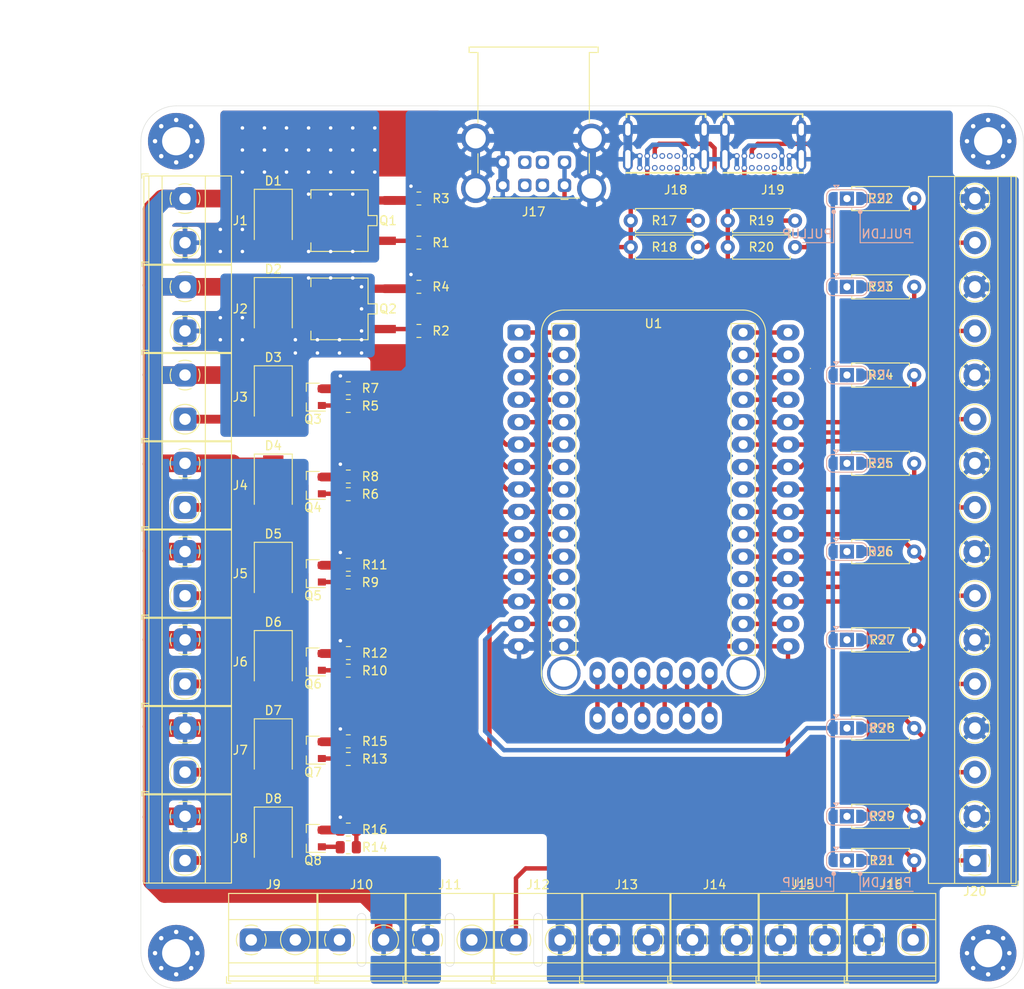
<source format=kicad_pcb>
(kicad_pcb (version 20171130) (host pcbnew 5.1.9-73d0e3b20d~88~ubuntu20.04.1)
  (layers (0 F.Cu signal) (31 B.Cu signal) (34 B.Paste user) (35 F.Paste user) (36 B.SilkS user) (37 F.SilkS user) (38 B.Mask user) (39 F.Mask user) (44 Edge.Cuts user))
  (net 0 "")
  (net 1 /12V)
  (net 2 /GND)
  (net 3 /72V)
  (net 4 /5V)
  (net 5 /BRAKE)
  (net 6 "Net-(J17-Pad2)")
  (net 7 "Net-(J17-Pad3)")
  (net 8 "Net-(J17-Pad6)")
  (net 9 "Net-(J17-Pad7)")
  (net 10 "Net-(J18-PadA5)")
  (net 11 "Net-(J18-PadA6)")
  (net 12 "Net-(J18-PadA7)")
  (net 13 "Net-(J18-PadA8)")
  (net 14 "Net-(J18-PadB5)")
  (net 15 "Net-(J18-PadB6)")
  (net 16 "Net-(J18-PadB7)")
  (net 17 "Net-(J18-PadB8)")
  (net 18 "Net-(J19-PadA5)")
  (net 19 "Net-(J19-PadA6)")
  (net 20 "Net-(J19-PadA7)")
  (net 21 "Net-(J19-PadA8)")
  (net 22 "Net-(J19-PadB5)")
  (net 23 "Net-(J19-PadB6)")
  (net 24 "Net-(J19-PadB7)")
  (net 25 "Net-(J19-PadB8)")
  (net 26 /IN8)
  (net 27 /IN7)
  (net 28 /IN6)
  (net 29 /IN5)
  (net 30 /IN4)
  (net 31 /IN3)
  (net 32 /IN2)
  (net 33 /IN1)
  (net 34 "Net-(JP1-Pad2)")
  (net 35 /3V3)
  (net 36 "Net-(JP2-Pad2)")
  (net 37 "Net-(JP3-Pad2)")
  (net 38 "Net-(JP4-Pad2)")
  (net 39 "Net-(JP5-Pad2)")
  (net 40 "Net-(JP6-Pad2)")
  (net 41 "Net-(JP7-Pad2)")
  (net 42 "Net-(JP8-Pad2)")
  (net 43 "Net-(JP9-Pad2)")
  (net 44 "Net-(Q1-Pad1)")
  (net 45 "Net-(Q2-Pad1)")
  (net 46 "Net-(Q3-Pad1)")
  (net 47 "Net-(Q4-Pad1)")
  (net 48 "Net-(Q5-Pad1)")
  (net 49 "Net-(Q6-Pad1)")
  (net 50 "Net-(Q7-Pad1)")
  (net 51 "Net-(Q8-Pad1)")
  (net 52 /OUT1)
  (net 53 /OUT2)
  (net 54 /OUT3)
  (net 55 /OUT4)
  (net 56 /OUT5)
  (net 57 /OUT6)
  (net 58 /OUT7)
  (net 59 /OUT8)
  (net 60 "Net-(U1-Pad1)")
  (net 61 "Net-(U1-Pad2)")
  (net 62 "Net-(U1-Pad3)")
  (net 63 "Net-(U1-Pad4)")
  (net 64 "Net-(U1-Pad5)")
  (net 65 "Net-(U1-Pad17)")
  (net 66 "Net-(U1-Pad31)")
  (net 67 "Net-(U1-Pad32)")
  (net 68 "Net-(U1-Pad33)")
  (net 69 "Net-(U1-Pad34)")
  (net 70 "Net-(U1-Pad35)")
  (net 71 "Net-(U1-Pad36)")
  (net 72 "Net-(U1-Pad27)")
  (net 73 "Net-(U1-Pad28)")
  (net 74 "Net-(U1-Pad29)")
  (net 75 "Net-(U1-Pad30)")
  (net 76 /OP1)
  (net 77 /OP2)
  (net 78 /OP3)
  (net 79 /OP4)
  (net 80 /OP5)
  (net 81 /OP6)
  (net 82 /OP7)
  (net 83 /OP8)
  (module veloce:MOSFET_D_PAK (layer F.Cu) (at 163.5 68 90)
    (fp_text reference Q1 (at 0 5.5 180) (layer F.SilkS))
    (fp_text value IRLR7843TRPBF hide)
    (pad 1 smd rect (at -2.286 5.1435 90) (size 0.9398 2.4892) (layers F.Cu F.Paste F.Mask) (net 44 "Net-(Q1-Pad1)"))
    (pad 2 smd rect (at 2.286 5.1435 90) (size 0.9398 2.4892) (layers F.Cu F.Paste F.Mask) (net 2 /GND))
    (pad 3 smd rect (at 0 -1.9558 90) (size 4.3688 5.9182) (layers F.Cu F.Paste F.Mask) (net 76 /OP1))
  )
  (module veloce:MOSFET_D_PAK (layer F.Cu) (at 163.5 78 90)
    (fp_text reference Q2 (at 0 5.5 180) (layer F.SilkS))
    (fp_text value IRLR7843TRPBF hide)
    (pad 1 smd rect (at -2.286 5.1435 90) (size 0.9398 2.4892) (layers F.Cu F.Paste F.Mask) (net 45 "Net-(Q2-Pad1)"))
    (pad 2 smd rect (at 2.286 5.1435 90) (size 0.9398 2.4892) (layers F.Cu F.Paste F.Mask) (net 2 /GND))
    (pad 3 smd rect (at 0 -1.9558 90) (size 4.3688 5.9182) (layers F.Cu F.Paste F.Mask) (net 77 /OP2))
  )
  (module veloce:SolderJumper-3_P1.3mm_Open_RoundedPad1.0x1.5mm_THT (layer B.Cu) (at 221 140.5)
    (fp_text reference JP1 (at 4 0) (layer B.SilkS) (effects (justify mirror)))
    (fp_text value Pull_Up_Dn)
    (fp_text user PULLUP (at -4.5 2.5) (layer B.SilkS) (effects (justify mirror)))
    (fp_text user PULLDN (at 4.5 2.5) (layer B.SilkS) (effects (justify mirror)))
    (pad 1 smd custom (at -1.6 0) (size 1 0.5) (layers B.Cu B.Mask) (net 35 /3V3) (options (clearance outline) (anchor rect)) (primitives (gr_circle (center 0 -0.25) (end 0.5 -0.25) (width 0)) (gr_circle (center 0 0.25) (end 0.5 0.25) (width 0)) (gr_poly (pts (xy 0.55 0.75) (xy 0 0.75) (xy 0 -0.75) (xy 0.55 -0.75)) (width 0))))
    (pad 3 smd custom (at 1.6 0) (size 1 0.5) (layers B.Cu B.Mask) (net 2 /GND) (options (clearance outline) (anchor rect)) (primitives (gr_circle (center 0 -0.25) (end 0.5 -0.25) (width 0)) (gr_circle (center 0 0.25) (end 0.5 0.25) (width 0)) (gr_poly (pts (xy -0.55 0.75) (xy 0 0.75) (xy 0 -0.75) (xy -0.55 -0.75)) (width 0))))
    (pad 2 thru_hole rect (at 0 0) (size 1.6 1.6) (drill 0.8) (layers *.Cu *.Mask) (net 34 "Net-(JP1-Pad2)"))
  )
  (module veloce:SolderJumper-3_P1.3mm_Open_RoundedPad1.0x1.5mm_THT (layer B.Cu) (at 221 135.5)
    (fp_text reference JP9 (at 3.81 0) (layer B.SilkS) (effects (justify mirror)))
    (fp_text value Pull_Up_Dn)
    (pad 1 smd custom (at -1.6 0) (size 1 0.5) (layers B.Cu B.Mask) (net 35 /3V3) (options (clearance outline) (anchor rect)) (primitives (gr_circle (center 0 -0.25) (end 0.5 -0.25) (width 0)) (gr_circle (center 0 0.25) (end 0.5 0.25) (width 0)) (gr_poly (pts (xy 0.55 0.75) (xy 0 0.75) (xy 0 -0.75) (xy 0.55 -0.75)) (width 0))))
    (pad 3 smd custom (at 1.6 0) (size 1 0.5) (layers B.Cu B.Mask) (net 2 /GND) (options (clearance outline) (anchor rect)) (primitives (gr_circle (center 0 -0.25) (end 0.5 -0.25) (width 0)) (gr_circle (center 0 0.25) (end 0.5 0.25) (width 0)) (gr_poly (pts (xy -0.55 0.75) (xy 0 0.75) (xy 0 -0.75) (xy -0.55 -0.75)) (width 0))))
    (pad 2 thru_hole rect (at 0 0) (size 1.6 1.6) (drill 0.8) (layers *.Cu *.Mask) (net 43 "Net-(JP9-Pad2)"))
  )
  (module veloce:SolderJumper-3_P1.3mm_Open_RoundedPad1.0x1.5mm_THT (layer B.Cu) (at 221 125.5)
    (fp_text reference JP8 (at 3.81 0) (layer B.SilkS) (effects (justify mirror)))
    (fp_text value Pull_Up_Dn)
    (pad 1 smd custom (at -1.6 0) (size 1 0.5) (layers B.Cu B.Mask) (net 35 /3V3) (options (clearance outline) (anchor rect)) (primitives (gr_circle (center 0 -0.25) (end 0.5 -0.25) (width 0)) (gr_circle (center 0 0.25) (end 0.5 0.25) (width 0)) (gr_poly (pts (xy 0.55 0.75) (xy 0 0.75) (xy 0 -0.75) (xy 0.55 -0.75)) (width 0))))
    (pad 3 smd custom (at 1.6 0) (size 1 0.5) (layers B.Cu B.Mask) (net 2 /GND) (options (clearance outline) (anchor rect)) (primitives (gr_circle (center 0 -0.25) (end 0.5 -0.25) (width 0)) (gr_circle (center 0 0.25) (end 0.5 0.25) (width 0)) (gr_poly (pts (xy -0.55 0.75) (xy 0 0.75) (xy 0 -0.75) (xy -0.55 -0.75)) (width 0))))
    (pad 2 thru_hole rect (at 0 0) (size 1.6 1.6) (drill 0.8) (layers *.Cu *.Mask) (net 42 "Net-(JP8-Pad2)"))
  )
  (module veloce:SolderJumper-3_P1.3mm_Open_RoundedPad1.0x1.5mm_THT (layer B.Cu) (at 221 115.5)
    (fp_text reference JP7 (at 3.81 0) (layer B.SilkS) (effects (justify mirror)))
    (fp_text value Pull_Up_Dn)
    (pad 1 smd custom (at -1.6 0) (size 1 0.5) (layers B.Cu B.Mask) (net 35 /3V3) (options (clearance outline) (anchor rect)) (primitives (gr_circle (center 0 -0.25) (end 0.5 -0.25) (width 0)) (gr_circle (center 0 0.25) (end 0.5 0.25) (width 0)) (gr_poly (pts (xy 0.55 0.75) (xy 0 0.75) (xy 0 -0.75) (xy 0.55 -0.75)) (width 0))))
    (pad 3 smd custom (at 1.6 0) (size 1 0.5) (layers B.Cu B.Mask) (net 2 /GND) (options (clearance outline) (anchor rect)) (primitives (gr_circle (center 0 -0.25) (end 0.5 -0.25) (width 0)) (gr_circle (center 0 0.25) (end 0.5 0.25) (width 0)) (gr_poly (pts (xy -0.55 0.75) (xy 0 0.75) (xy 0 -0.75) (xy -0.55 -0.75)) (width 0))))
    (pad 2 thru_hole rect (at 0 0) (size 1.6 1.6) (drill 0.8) (layers *.Cu *.Mask) (net 41 "Net-(JP7-Pad2)"))
  )
  (module veloce:SolderJumper-3_P1.3mm_Open_RoundedPad1.0x1.5mm_THT (layer B.Cu) (at 221 105.5)
    (fp_text reference JP6 (at 3.81 0) (layer B.SilkS) (effects (justify mirror)))
    (fp_text value Pull_Up_Dn)
    (pad 1 smd custom (at -1.6 0) (size 1 0.5) (layers B.Cu B.Mask) (net 35 /3V3) (options (clearance outline) (anchor rect)) (primitives (gr_circle (center 0 -0.25) (end 0.5 -0.25) (width 0)) (gr_circle (center 0 0.25) (end 0.5 0.25) (width 0)) (gr_poly (pts (xy 0.55 0.75) (xy 0 0.75) (xy 0 -0.75) (xy 0.55 -0.75)) (width 0))))
    (pad 3 smd custom (at 1.6 0) (size 1 0.5) (layers B.Cu B.Mask) (net 2 /GND) (options (clearance outline) (anchor rect)) (primitives (gr_circle (center 0 -0.25) (end 0.5 -0.25) (width 0)) (gr_circle (center 0 0.25) (end 0.5 0.25) (width 0)) (gr_poly (pts (xy -0.55 0.75) (xy 0 0.75) (xy 0 -0.75) (xy -0.55 -0.75)) (width 0))))
    (pad 2 thru_hole rect (at 0 0) (size 1.6 1.6) (drill 0.8) (layers *.Cu *.Mask) (net 40 "Net-(JP6-Pad2)"))
  )
  (module veloce:SolderJumper-3_P1.3mm_Open_RoundedPad1.0x1.5mm_THT (layer B.Cu) (at 221 95.5)
    (fp_text reference JP5 (at 3.81 0) (layer B.SilkS) (effects (justify mirror)))
    (fp_text value Pull_Up_Dn)
    (pad 1 smd custom (at -1.6 0) (size 1 0.5) (layers B.Cu B.Mask) (net 35 /3V3) (options (clearance outline) (anchor rect)) (primitives (gr_circle (center 0 -0.25) (end 0.5 -0.25) (width 0)) (gr_circle (center 0 0.25) (end 0.5 0.25) (width 0)) (gr_poly (pts (xy 0.55 0.75) (xy 0 0.75) (xy 0 -0.75) (xy 0.55 -0.75)) (width 0))))
    (pad 3 smd custom (at 1.6 0) (size 1 0.5) (layers B.Cu B.Mask) (net 2 /GND) (options (clearance outline) (anchor rect)) (primitives (gr_circle (center 0 -0.25) (end 0.5 -0.25) (width 0)) (gr_circle (center 0 0.25) (end 0.5 0.25) (width 0)) (gr_poly (pts (xy -0.55 0.75) (xy 0 0.75) (xy 0 -0.75) (xy -0.55 -0.75)) (width 0))))
    (pad 2 thru_hole rect (at 0 0) (size 1.6 1.6) (drill 0.8) (layers *.Cu *.Mask) (net 39 "Net-(JP5-Pad2)"))
  )
  (module veloce:SolderJumper-3_P1.3mm_Open_RoundedPad1.0x1.5mm_THT (layer B.Cu) (at 221 85.5)
    (fp_text reference JP4 (at 3.81 0) (layer B.SilkS) (effects (justify mirror)))
    (fp_text value Pull_Up_Dn)
    (pad 1 smd custom (at -1.6 0) (size 1 0.5) (layers B.Cu B.Mask) (net 35 /3V3) (options (clearance outline) (anchor rect)) (primitives (gr_circle (center 0 -0.25) (end 0.5 -0.25) (width 0)) (gr_circle (center 0 0.25) (end 0.5 0.25) (width 0)) (gr_poly (pts (xy 0.55 0.75) (xy 0 0.75) (xy 0 -0.75) (xy 0.55 -0.75)) (width 0))))
    (pad 3 smd custom (at 1.6 0) (size 1 0.5) (layers B.Cu B.Mask) (net 2 /GND) (options (clearance outline) (anchor rect)) (primitives (gr_circle (center 0 -0.25) (end 0.5 -0.25) (width 0)) (gr_circle (center 0 0.25) (end 0.5 0.25) (width 0)) (gr_poly (pts (xy -0.55 0.75) (xy 0 0.75) (xy 0 -0.75) (xy -0.55 -0.75)) (width 0))))
    (pad 2 thru_hole rect (at 0 0) (size 1.6 1.6) (drill 0.8) (layers *.Cu *.Mask) (net 38 "Net-(JP4-Pad2)"))
  )
  (module veloce:SolderJumper-3_P1.3mm_Open_RoundedPad1.0x1.5mm_THT (layer B.Cu) (at 221 75.5)
    (fp_text reference JP3 (at 3.81 0) (layer B.SilkS) (effects (justify mirror)))
    (fp_text value Pull_Up_Dn)
    (pad 1 smd custom (at -1.6 0) (size 1 0.5) (layers B.Cu B.Mask) (net 35 /3V3) (options (clearance outline) (anchor rect)) (primitives (gr_circle (center 0 -0.25) (end 0.5 -0.25) (width 0)) (gr_circle (center 0 0.25) (end 0.5 0.25) (width 0)) (gr_poly (pts (xy 0.55 0.75) (xy 0 0.75) (xy 0 -0.75) (xy 0.55 -0.75)) (width 0))))
    (pad 3 smd custom (at 1.6 0) (size 1 0.5) (layers B.Cu B.Mask) (net 2 /GND) (options (clearance outline) (anchor rect)) (primitives (gr_circle (center 0 -0.25) (end 0.5 -0.25) (width 0)) (gr_circle (center 0 0.25) (end 0.5 0.25) (width 0)) (gr_poly (pts (xy -0.55 0.75) (xy 0 0.75) (xy 0 -0.75) (xy -0.55 -0.75)) (width 0))))
    (pad 2 thru_hole rect (at 0 0) (size 1.6 1.6) (drill 0.8) (layers *.Cu *.Mask) (net 37 "Net-(JP3-Pad2)"))
  )
  (module veloce:SolderJumper-3_P1.3mm_Open_RoundedPad1.0x1.5mm_THT (layer B.Cu) (at 221 65.5)
    (fp_text reference JP2 (at 3.81 0) (layer B.SilkS) (effects (justify mirror)))
    (fp_text value Pull_Up_Dn)
    (fp_text user PULLUP (at -4.5 4) (layer B.SilkS) (effects (justify mirror)))
    (fp_text user PULLDN (at 4.5 4) (layer B.SilkS) (effects (justify mirror)))
    (pad 1 smd custom (at -1.6 0) (size 1 0.5) (layers B.Cu B.Mask) (net 35 /3V3) (options (clearance outline) (anchor rect)) (primitives (gr_circle (center 0 -0.25) (end 0.5 -0.25) (width 0)) (gr_circle (center 0 0.25) (end 0.5 0.25) (width 0)) (gr_poly (pts (xy 0.55 0.75) (xy 0 0.75) (xy 0 -0.75) (xy 0.55 -0.75)) (width 0))))
    (pad 3 smd custom (at 1.6 0) (size 1 0.5) (layers B.Cu B.Mask) (net 2 /GND) (options (clearance outline) (anchor rect)) (primitives (gr_circle (center 0 -0.25) (end 0.5 -0.25) (width 0)) (gr_circle (center 0 0.25) (end 0.5 0.25) (width 0)) (gr_poly (pts (xy -0.55 0.75) (xy 0 0.75) (xy 0 -0.75) (xy -0.55 -0.75)) (width 0))))
    (pad 2 thru_hole rect (at 0 0) (size 1.6 1.6) (drill 0.8) (layers *.Cu *.Mask) (net 36 "Net-(JP2-Pad2)"))
  )
  (module veloce:Adafruit_HUZZAH_ESP32_breakout_sparepads (layer F.Cu) (at 199.08 99.98)
    (fp_text reference U1 (at 0 -20.32) (layer F.SilkS))
    (fp_text value Adafruit_HUZZAH_ESP32_breakout_physical)
    (pad 36 thru_hole oval (at 6.35 24.384) (size 1.8 2.6) (drill 1.02) (layers *.Cu *.Mask) (net 71 "Net-(U1-Pad36)"))
    (pad 35 thru_hole oval (at 3.81 24.384) (size 1.8 2.6) (drill 1.02) (layers *.Cu *.Mask) (net 70 "Net-(U1-Pad35)"))
    (pad 34 thru_hole oval (at 1.27 24.384) (size 1.8 2.6) (drill 1.02) (layers *.Cu *.Mask) (net 69 "Net-(U1-Pad34)"))
    (pad 33 thru_hole oval (at -1.27 24.384) (size 1.8 2.6) (drill 1.02) (layers *.Cu *.Mask) (net 68 "Net-(U1-Pad33)"))
    (pad 32 thru_hole oval (at -3.81 24.384) (size 1.8 2.6) (drill 1.02) (layers *.Cu *.Mask) (net 67 "Net-(U1-Pad32)"))
    (pad 31 thru_hole oval (at -6.35 24.384) (size 1.8 2.6) (drill 1.02) (layers *.Cu *.Mask) (net 66 "Net-(U1-Pad31)"))
    (pad 24 thru_hole oval (at 15.24 -4.064) (size 2.6 1.8) (drill 1.02) (layers *.Cu *.Mask) (net 31 /IN3))
    (pad 25 thru_hole oval (at 15.24 -6.604) (size 2.6 1.8) (drill 1.02) (layers *.Cu *.Mask) (net 32 /IN2))
    (pad 20 thru_hole oval (at 15.24 6.096) (size 2.6 1.8) (drill 1.02) (layers *.Cu *.Mask) (net 27 /IN7))
    (pad 21 thru_hole oval (at 15.24 3.556) (size 2.6 1.8) (drill 1.02) (layers *.Cu *.Mask) (net 28 /IN6))
    (pad 22 thru_hole oval (at 15.24 1.016) (size 2.6 1.8) (drill 1.02) (layers *.Cu *.Mask) (net 29 /IN5))
    (pad 23 thru_hole oval (at 15.24 -1.524) (size 2.6 1.8) (drill 1.02) (layers *.Cu *.Mask) (net 30 /IN4))
    (pad 30 thru_hole oval (at 15.24 -19.304) (size 2.6 1.8) (drill 1.02) (layers *.Cu *.Mask) (net 75 "Net-(U1-Pad30)"))
    (pad 29 thru_hole oval (at 15.24 -16.764) (size 2.6 1.8) (drill 1.02) (layers *.Cu *.Mask) (net 74 "Net-(U1-Pad29)"))
    (pad 28 thru_hole oval (at 15.24 -14.224) (size 2.6 1.8) (drill 1.02) (layers *.Cu *.Mask) (net 73 "Net-(U1-Pad28)"))
    (pad 27 thru_hole oval (at 15.24 -11.684) (size 2.6 1.8) (drill 1.02) (layers *.Cu *.Mask) (net 72 "Net-(U1-Pad27)"))
    (pad 26 thru_hole oval (at 15.24 -9.144) (size 2.6 1.8) (drill 1.02) (layers *.Cu *.Mask) (net 33 /IN1))
    (pad 16 thru_hole oval (at 15.24 16.256) (size 2.6 1.8) (drill 1.02) (layers *.Cu *.Mask) (net 4 /5V))
    (pad 17 thru_hole oval (at 15.24 13.716) (size 2.6 1.8) (drill 1.02) (layers *.Cu *.Mask) (net 65 "Net-(U1-Pad17)"))
    (pad 18 thru_hole oval (at 15.24 11.176) (size 2.6 1.8) (drill 1.02) (layers *.Cu *.Mask) (net 5 /BRAKE))
    (pad 19 thru_hole oval (at 15.24 8.636) (size 2.6 1.8) (drill 1.02) (layers *.Cu *.Mask) (net 26 /IN8))
    (pad 2 thru_hole oval (at -15.24 -16.764) (size 2.6 1.8) (drill 1.02) (layers *.Cu *.Mask) (net 61 "Net-(U1-Pad2)"))
    (pad 1 thru_hole roundrect (at -15.24 -19.304) (size 2.6 1.8) (drill 1.02) (layers *.Cu *.Mask) (net 60 "Net-(U1-Pad1)"))
    (pad 7 thru_hole oval (at -15.24 -4.064) (size 2.6 1.8) (drill 1.02) (layers *.Cu *.Mask) (net 53 /OUT2))
    (pad 6 thru_hole oval (at -15.24 -6.604) (size 2.6 1.8) (drill 1.02) (layers *.Cu *.Mask) (net 52 /OUT1))
    (pad 5 thru_hole oval (at -15.24 -9.144) (size 2.6 1.8) (drill 1.02) (layers *.Cu *.Mask) (net 64 "Net-(U1-Pad5)"))
    (pad 4 thru_hole oval (at -15.24 -11.684) (size 2.6 1.8) (drill 1.02) (layers *.Cu *.Mask) (net 63 "Net-(U1-Pad4)"))
    (pad 3 thru_hole oval (at -15.24 -14.224) (size 2.6 1.8) (drill 1.02) (layers *.Cu *.Mask) (net 62 "Net-(U1-Pad3)"))
    (pad 15 thru_hole oval (at -15.24 16.256) (size 2.6 1.8) (drill 1.02) (layers *.Cu *.Mask) (net 2 /GND))
    (pad 14 thru_hole oval (at -15.24 13.716) (size 2.6 1.8) (drill 1.02) (layers *.Cu *.Mask) (net 35 /3V3))
    (pad 13 thru_hole oval (at -15.24 11.176) (size 2.6 1.8) (drill 1.02) (layers *.Cu *.Mask) (net 59 /OUT8))
    (pad 12 thru_hole oval (at -15.24 8.382) (size 2.6 1.8) (drill 1.02) (layers *.Cu *.Mask) (net 58 /OUT7))
    (pad 11 thru_hole oval (at -15.24 6.096) (size 2.6 1.8) (drill 1.02) (layers *.Cu *.Mask) (net 57 /OUT6))
    (pad 10 thru_hole oval (at -15.24 3.556) (size 2.6 1.8) (drill 1.02) (layers *.Cu *.Mask) (net 56 /OUT5))
    (pad 9 thru_hole oval (at -15.24 1.016) (size 2.6 1.8) (drill 1.02) (layers *.Cu *.Mask) (net 55 /OUT4))
    (pad 8 thru_hole oval (at -15.24 -1.524) (size 2.6 1.8) (drill 1.02) (layers *.Cu *.Mask) (net 54 /OUT3))
    (pad 30 thru_hole oval (at 10.16 -19.304) (size 2.6 1.8) (drill 1.02) (layers *.Cu *.Mask) (net 75 "Net-(U1-Pad30)"))
    (pad 29 thru_hole oval (at 10.16 -16.764) (size 2.6 1.8) (drill 1.02) (layers *.Cu *.Mask) (net 74 "Net-(U1-Pad29)"))
    (pad 28 thru_hole oval (at 10.16 -14.224) (size 2.6 1.8) (drill 1.02) (layers *.Cu *.Mask) (net 73 "Net-(U1-Pad28)"))
    (pad 27 thru_hole oval (at 10.16 -11.684) (size 2.6 1.8) (drill 1.02) (layers *.Cu *.Mask) (net 72 "Net-(U1-Pad27)"))
    (pad 26 thru_hole oval (at 10.16 -9.144) (size 2.6 1.8) (drill 1.02) (layers *.Cu *.Mask) (net 33 /IN1))
    (pad 15 thru_hole oval (at -10.16 16.256) (size 2.6 1.8) (drill 1.02) (layers *.Cu *.Mask) (net 2 /GND))
    (pad 14 thru_hole oval (at -10.16 13.716) (size 2.6 1.8) (drill 1.02) (layers *.Cu *.Mask) (net 35 /3V3))
    (pad 13 thru_hole oval (at -10.16 11.176) (size 2.6 1.8) (drill 1.02) (layers *.Cu *.Mask) (net 59 /OUT8))
    (pad 12 thru_hole oval (at -10.16 8.382) (size 2.6 1.8) (drill 1.02) (layers *.Cu *.Mask) (net 58 /OUT7))
    (pad 11 thru_hole oval (at -10.16 6.096) (size 2.6 1.8) (drill 1.02) (layers *.Cu *.Mask) (net 57 /OUT6))
    (pad 36 thru_hole oval (at 6.35 19.304) (size 1.8 2.6) (drill 1.02) (layers *.Cu *.Mask) (net 71 "Net-(U1-Pad36)"))
    (pad 35 thru_hole oval (at 3.81 19.304) (size 1.8 2.6) (drill 1.02) (layers *.Cu *.Mask) (net 70 "Net-(U1-Pad35)"))
    (pad 34 thru_hole oval (at 1.27 19.304) (size 1.8 2.6) (drill 1.02) (layers *.Cu *.Mask) (net 69 "Net-(U1-Pad34)"))
    (pad 33 thru_hole oval (at -1.27 19.304) (size 1.8 2.6) (drill 1.02) (layers *.Cu *.Mask) (net 68 "Net-(U1-Pad33)"))
    (pad 32 thru_hole oval (at -3.81 19.304) (size 1.8 2.6) (drill 1.02) (layers *.Cu *.Mask) (net 67 "Net-(U1-Pad32)"))
    (pad 31 thru_hole oval (at -6.35 19.304) (size 1.8 2.6) (drill 1.02) (layers *.Cu *.Mask) (net 66 "Net-(U1-Pad31)"))
    (pad "" np_thru_hole circle (at 10.16 19.304) (size 3.8 3.8) (drill 3.048) (layers *.Cu *.Mask))
    (pad "" np_thru_hole circle (at -10.16 19.304) (size 3.8 3.8) (drill 3.048) (layers *.Cu *.Mask))
    (pad 16 thru_hole oval (at 10.16 16.256) (size 2.6 1.8) (drill 1.02) (layers *.Cu *.Mask) (net 4 /5V))
    (pad 10 thru_hole oval (at -10.16 3.556) (size 2.6 1.8) (drill 1.02) (layers *.Cu *.Mask) (net 56 /OUT5))
    (pad 17 thru_hole oval (at 10.16 13.716) (size 2.6 1.8) (drill 1.02) (layers *.Cu *.Mask) (net 65 "Net-(U1-Pad17)"))
    (pad 9 thru_hole oval (at -10.16 1.016) (size 2.6 1.8) (drill 1.02) (layers *.Cu *.Mask) (net 55 /OUT4))
    (pad 18 thru_hole oval (at 10.16 11.176) (size 2.6 1.8) (drill 1.02) (layers *.Cu *.Mask) (net 5 /BRAKE))
    (pad 8 thru_hole oval (at -10.16 -1.524) (size 2.6 1.8) (drill 1.02) (layers *.Cu *.Mask) (net 54 /OUT3))
    (pad 19 thru_hole oval (at 10.16 8.636) (size 2.6 1.8) (drill 1.02) (layers *.Cu *.Mask) (net 26 /IN8))
    (pad 7 thru_hole oval (at -10.16 -4.064) (size 2.6 1.8) (drill 1.02) (layers *.Cu *.Mask) (net 53 /OUT2))
    (pad 20 thru_hole oval (at 10.16 6.096) (size 2.6 1.8) (drill 1.02) (layers *.Cu *.Mask) (net 27 /IN7))
    (pad 6 thru_hole oval (at -10.16 -6.604) (size 2.6 1.8) (drill 1.02) (layers *.Cu *.Mask) (net 52 /OUT1))
    (pad 21 thru_hole oval (at 10.16 3.556) (size 2.6 1.8) (drill 1.02) (layers *.Cu *.Mask) (net 28 /IN6))
    (pad 5 thru_hole oval (at -10.16 -9.144) (size 2.6 1.8) (drill 1.02) (layers *.Cu *.Mask) (net 64 "Net-(U1-Pad5)"))
    (pad 22 thru_hole oval (at 10.16 1.016) (size 2.6 1.8) (drill 1.02) (layers *.Cu *.Mask) (net 29 /IN5))
    (pad 4 thru_hole oval (at -10.16 -11.684) (size 2.6 1.8) (drill 1.02) (layers *.Cu *.Mask) (net 63 "Net-(U1-Pad4)"))
    (pad 23 thru_hole oval (at 10.16 -1.524) (size 2.6 1.8) (drill 1.02) (layers *.Cu *.Mask) (net 30 /IN4))
    (pad 3 thru_hole oval (at -10.16 -14.224) (size 2.6 1.8) (drill 1.02) (layers *.Cu *.Mask) (net 62 "Net-(U1-Pad3)"))
    (pad 24 thru_hole oval (at 10.16 -4.064) (size 2.6 1.8) (drill 1.02) (layers *.Cu *.Mask) (net 31 /IN3))
    (pad 2 thru_hole oval (at -10.16 -16.764) (size 2.6 1.8) (drill 1.02) (layers *.Cu *.Mask) (net 61 "Net-(U1-Pad2)"))
    (pad 25 thru_hole oval (at 10.16 -6.604) (size 2.6 1.8) (drill 1.02) (layers *.Cu *.Mask) (net 32 /IN2))
    (pad 1 thru_hole roundrect (at -10.16 -19.304) (size 2.6 1.8) (drill 1.02) (layers *.Cu *.Mask) (net 60 "Net-(U1-Pad1)"))
  )
  (module veloce:TerminalBlock_Wurth_1377-2_Horizontal (layer F.Cu) (at 223.5 149.5)
    (fp_text reference J16 (at 2.5 -6.26) (layer F.SilkS))
    (fp_text value Brake)
    (pad 1 thru_hole roundrect (at 0 0) (size 2.6 2.6) (drill 1.3) (layers *.Cu *.Mask) (net 2 /GND))
    (pad 2 thru_hole roundrect (at 5 0) (size 2.6 2.6) (drill 1.3) (layers *.Cu *.Mask) (net 5 /BRAKE))
  )
  (module veloce:TerminalBlock_Wurth_1377-2_Horizontal (layer F.Cu) (at 213.5 149.5)
    (fp_text reference J15 (at 2.5 -6.26) (layer F.SilkS))
    (fp_text value PWR)
    (pad 1 thru_hole roundrect (at 0 0) (size 2.6 2.6) (drill 1.3) (layers *.Cu *.Mask) (net 2 /GND))
    (pad 2 thru_hole roundrect (at 5 0) (size 2.6 2.6) (drill 1.3) (layers *.Cu *.Mask) (net 2 /GND))
  )
  (module veloce:TerminalBlock_Wurth_1377-2_Horizontal (layer F.Cu) (at 203.5 149.5)
    (fp_text reference J14 (at 2.5 -6.26) (layer F.SilkS))
    (fp_text value PWR)
    (pad 1 thru_hole roundrect (at 0 0) (size 2.6 2.6) (drill 1.3) (layers *.Cu *.Mask) (net 2 /GND))
    (pad 2 thru_hole roundrect (at 5 0) (size 2.6 2.6) (drill 1.3) (layers *.Cu *.Mask) (net 2 /GND))
  )
  (module veloce:TerminalBlock_Wurth_1377-2_Horizontal (layer F.Cu) (at 193.5 149.5)
    (fp_text reference J13 (at 2.5 -6.26) (layer F.SilkS))
    (fp_text value PWR)
    (pad 1 thru_hole roundrect (at 0 0) (size 2.6 2.6) (drill 1.3) (layers *.Cu *.Mask) (net 2 /GND))
    (pad 2 thru_hole roundrect (at 5 0) (size 2.6 2.6) (drill 1.3) (layers *.Cu *.Mask) (net 2 /GND))
  )
  (module veloce:TerminalBlock_Wurth_1377-2_Horizontal (layer F.Cu) (at 183.5 149.5)
    (fp_text reference J12 (at 2.5 -6.26) (layer F.SilkS))
    (fp_text value PWR)
    (pad 1 thru_hole roundrect (at 0 0) (size 2.6 2.6) (drill 1.3) (layers *.Cu *.Mask) (net 4 /5V))
    (pad 2 thru_hole roundrect (at 5 0) (size 2.6 2.6) (drill 1.3) (layers *.Cu *.Mask) (net 2 /GND))
  )
  (module veloce:TerminalBlock_Wurth_1377-2_Horizontal (layer F.Cu) (at 173.5 149.5)
    (fp_text reference J11 (at 2.5 -6.26) (layer F.SilkS))
    (fp_text value PWR)
    (pad 1 thru_hole roundrect (at 0 0) (size 2.6 2.6) (drill 1.3) (layers *.Cu *.Mask) (net 1 /12V))
    (pad 2 thru_hole roundrect (at 5 0) (size 2.6 2.6) (drill 1.3) (layers *.Cu *.Mask) (net 4 /5V))
  )
  (module veloce:TerminalBlock_Wurth_1377-2_Horizontal (layer F.Cu) (at 163.5 149.5)
    (fp_text reference J10 (at 2.5 -6.26) (layer F.SilkS))
    (fp_text value PWR)
    (pad 1 thru_hole roundrect (at 0 0) (size 2.6 2.6) (drill 1.3) (layers *.Cu *.Mask) (net 3 /72V))
    (pad 2 thru_hole roundrect (at 5 0) (size 2.6 2.6) (drill 1.3) (layers *.Cu *.Mask) (net 1 /12V))
  )
  (module veloce:TerminalBlock_Wurth_1377-2_Horizontal (layer F.Cu) (at 153.5 149.5)
    (fp_text reference J9 (at 2.5 -6.26) (layer F.SilkS))
    (fp_text value PWR)
    (pad 1 thru_hole roundrect (at 0 0) (size 2.6 2.6) (drill 1.3) (layers *.Cu *.Mask) (net 3 /72V))
    (pad 2 thru_hole roundrect (at 5 0) (size 2.6 2.6) (drill 1.3) (layers *.Cu *.Mask) (net 3 /72V))
  )
  (module veloce:TerminalBlock_Wurth_1377-2_Horizontal (layer F.Cu) (at 146 135.5 270)
    (fp_text reference J8 (at 2.5 -6.26 180) (layer F.SilkS))
    (fp_text value OUT)
    (pad 1 thru_hole roundrect (at 0 0 270) (size 2.6 2.6) (drill 1.3) (layers *.Cu *.Mask) (net 1 /12V))
    (pad 2 thru_hole roundrect (at 5 0 270) (size 2.6 2.6) (drill 1.3) (layers *.Cu *.Mask) (net 83 /OP8))
  )
  (module veloce:TerminalBlock_Wurth_1377-2_Horizontal (layer F.Cu) (at 146 125.5 270)
    (fp_text reference J7 (at 2.5 -6.26 180) (layer F.SilkS))
    (fp_text value OUT)
    (pad 1 thru_hole roundrect (at 0 0 270) (size 2.6 2.6) (drill 1.3) (layers *.Cu *.Mask) (net 1 /12V))
    (pad 2 thru_hole roundrect (at 5 0 270) (size 2.6 2.6) (drill 1.3) (layers *.Cu *.Mask) (net 82 /OP7))
  )
  (module veloce:TerminalBlock_Wurth_1377-2_Horizontal (layer F.Cu) (at 146 115.5 270)
    (fp_text reference J6 (at 2.5 -6.26 180) (layer F.SilkS))
    (fp_text value OUT)
    (pad 1 thru_hole roundrect (at 0 0 270) (size 2.6 2.6) (drill 1.3) (layers *.Cu *.Mask) (net 1 /12V))
    (pad 2 thru_hole roundrect (at 5 0 270) (size 2.6 2.6) (drill 1.3) (layers *.Cu *.Mask) (net 81 /OP6))
  )
  (module veloce:TerminalBlock_Wurth_1377-2_Horizontal (layer F.Cu) (at 146 105.5 270)
    (fp_text reference J5 (at 2.5 -6.26 180) (layer F.SilkS))
    (fp_text value OUT)
    (pad 1 thru_hole roundrect (at 0 0 270) (size 2.6 2.6) (drill 1.3) (layers *.Cu *.Mask) (net 1 /12V))
    (pad 2 thru_hole roundrect (at 5 0 270) (size 2.6 2.6) (drill 1.3) (layers *.Cu *.Mask) (net 80 /OP5))
  )
  (module veloce:TerminalBlock_Wurth_1377-2_Horizontal (layer F.Cu) (at 146 95.5 270)
    (fp_text reference J4 (at 2.5 -6.26 180) (layer F.SilkS))
    (fp_text value OUT)
    (pad 1 thru_hole roundrect (at 0 0 270) (size 2.6 2.6) (drill 1.3) (layers *.Cu *.Mask) (net 1 /12V))
    (pad 2 thru_hole roundrect (at 5 0 270) (size 2.6 2.6) (drill 1.3) (layers *.Cu *.Mask) (net 79 /OP4))
  )
  (module veloce:TerminalBlock_Wurth_1377-2_Horizontal (layer F.Cu) (at 146 85.5 270)
    (fp_text reference J3 (at 2.5 -6.26 180) (layer F.SilkS))
    (fp_text value OUT)
    (pad 1 thru_hole roundrect (at 0 0 270) (size 2.6 2.6) (drill 1.3) (layers *.Cu *.Mask) (net 1 /12V))
    (pad 2 thru_hole roundrect (at 5 0 270) (size 2.6 2.6) (drill 1.3) (layers *.Cu *.Mask) (net 78 /OP3))
  )
  (module veloce:TerminalBlock_Wurth_1377-2_Horizontal (layer F.Cu) (at 146 75.5 270)
    (fp_text reference J2 (at 2.5 -6.26 180) (layer F.SilkS))
    (fp_text value OUT)
    (pad 1 thru_hole roundrect (at 0 0 270) (size 2.6 2.6) (drill 1.3) (layers *.Cu *.Mask) (net 1 /12V))
    (pad 2 thru_hole roundrect (at 5 0 270) (size 2.6 2.6) (drill 1.3) (layers *.Cu *.Mask) (net 77 /OP2))
  )
  (module veloce:TerminalBlock_Wurth_1377-2_Horizontal (layer F.Cu) (at 146 65.5 270)
    (fp_text reference J1 (at 2.5 -6.26 180) (layer F.SilkS))
    (fp_text value OUT)
    (pad 1 thru_hole roundrect (at 0 0 270) (size 2.6 2.6) (drill 1.3) (layers *.Cu *.Mask) (net 1 /12V))
    (pad 2 thru_hole roundrect (at 5 0 270) (size 2.6 2.6) (drill 1.3) (layers *.Cu *.Mask) (net 76 /OP1))
  )
  (module veloce:MountingHole_3.2mm_M3_Pad_Via (layer F.Cu) (at 145 151)
    (fp_text reference H4 hide)
    (fp_text value Screw)
    (pad 1 thru_hole circle (at 1.697056 -1.697056) (size 0.8 0.8) (drill 0.5) (layers *.Cu *.Mask))
    (pad 1 thru_hole circle (at 0 -2.4) (size 0.8 0.8) (drill 0.5) (layers *.Cu *.Mask))
    (pad 1 thru_hole circle (at -1.697056 -1.697056) (size 0.8 0.8) (drill 0.5) (layers *.Cu *.Mask))
    (pad 1 thru_hole circle (at -2.4 0) (size 0.8 0.8) (drill 0.5) (layers *.Cu *.Mask))
    (pad 1 thru_hole circle (at -1.697056 1.697056) (size 0.8 0.8) (drill 0.5) (layers *.Cu *.Mask))
    (pad 1 thru_hole circle (at 0 2.4) (size 0.8 0.8) (drill 0.5) (layers *.Cu *.Mask))
    (pad 1 thru_hole circle (at 1.697056 1.697056) (size 0.8 0.8) (drill 0.5) (layers *.Cu *.Mask))
    (pad 1 thru_hole circle (at 2.4 0) (size 0.8 0.8) (drill 0.5) (layers *.Cu *.Mask))
    (pad 1 thru_hole circle (at 0 0) (size 6.4 6.4) (drill 3.2) (layers *.Cu *.Mask))
  )
  (module veloce:MountingHole_3.2mm_M3_Pad_Via (layer F.Cu) (at 237 59)
    (fp_text reference H3 hide)
    (fp_text value Screw)
    (pad 1 thru_hole circle (at 1.697056 -1.697056) (size 0.8 0.8) (drill 0.5) (layers *.Cu *.Mask))
    (pad 1 thru_hole circle (at 0 -2.4) (size 0.8 0.8) (drill 0.5) (layers *.Cu *.Mask))
    (pad 1 thru_hole circle (at -1.697056 -1.697056) (size 0.8 0.8) (drill 0.5) (layers *.Cu *.Mask))
    (pad 1 thru_hole circle (at -2.4 0) (size 0.8 0.8) (drill 0.5) (layers *.Cu *.Mask))
    (pad 1 thru_hole circle (at -1.697056 1.697056) (size 0.8 0.8) (drill 0.5) (layers *.Cu *.Mask))
    (pad 1 thru_hole circle (at 0 2.4) (size 0.8 0.8) (drill 0.5) (layers *.Cu *.Mask))
    (pad 1 thru_hole circle (at 1.697056 1.697056) (size 0.8 0.8) (drill 0.5) (layers *.Cu *.Mask))
    (pad 1 thru_hole circle (at 2.4 0) (size 0.8 0.8) (drill 0.5) (layers *.Cu *.Mask))
    (pad 1 thru_hole circle (at 0 0) (size 6.4 6.4) (drill 3.2) (layers *.Cu *.Mask))
  )
  (module veloce:MountingHole_3.2mm_M3_Pad_Via (layer F.Cu) (at 237 151)
    (fp_text reference H2 hide)
    (fp_text value Screw)
    (pad 1 thru_hole circle (at 1.697056 -1.697056) (size 0.8 0.8) (drill 0.5) (layers *.Cu *.Mask))
    (pad 1 thru_hole circle (at 0 -2.4) (size 0.8 0.8) (drill 0.5) (layers *.Cu *.Mask))
    (pad 1 thru_hole circle (at -1.697056 -1.697056) (size 0.8 0.8) (drill 0.5) (layers *.Cu *.Mask))
    (pad 1 thru_hole circle (at -2.4 0) (size 0.8 0.8) (drill 0.5) (layers *.Cu *.Mask))
    (pad 1 thru_hole circle (at -1.697056 1.697056) (size 0.8 0.8) (drill 0.5) (layers *.Cu *.Mask))
    (pad 1 thru_hole circle (at 0 2.4) (size 0.8 0.8) (drill 0.5) (layers *.Cu *.Mask))
    (pad 1 thru_hole circle (at 1.697056 1.697056) (size 0.8 0.8) (drill 0.5) (layers *.Cu *.Mask))
    (pad 1 thru_hole circle (at 2.4 0) (size 0.8 0.8) (drill 0.5) (layers *.Cu *.Mask))
    (pad 1 thru_hole circle (at 0 0) (size 6.4 6.4) (drill 3.2) (layers *.Cu *.Mask))
  )
  (module veloce:MountingHole_3.2mm_M3_Pad_Via (layer F.Cu) (at 145 59)
    (fp_text reference H1 hide)
    (fp_text value Screw)
    (pad 1 thru_hole circle (at 1.697056 -1.697056) (size 0.8 0.8) (drill 0.5) (layers *.Cu *.Mask))
    (pad 1 thru_hole circle (at 0 -2.4) (size 0.8 0.8) (drill 0.5) (layers *.Cu *.Mask))
    (pad 1 thru_hole circle (at -1.697056 -1.697056) (size 0.8 0.8) (drill 0.5) (layers *.Cu *.Mask))
    (pad 1 thru_hole circle (at -2.4 0) (size 0.8 0.8) (drill 0.5) (layers *.Cu *.Mask))
    (pad 1 thru_hole circle (at -1.697056 1.697056) (size 0.8 0.8) (drill 0.5) (layers *.Cu *.Mask))
    (pad 1 thru_hole circle (at 0 2.4) (size 0.8 0.8) (drill 0.5) (layers *.Cu *.Mask))
    (pad 1 thru_hole circle (at 1.697056 1.697056) (size 0.8 0.8) (drill 0.5) (layers *.Cu *.Mask))
    (pad 1 thru_hole circle (at 2.4 0) (size 0.8 0.8) (drill 0.5) (layers *.Cu *.Mask))
    (pad 1 thru_hole circle (at 0 0) (size 6.4 6.4) (drill 3.2) (layers *.Cu *.Mask))
  )
  (module veloce:R_Axial_DIN0207_L6.3mm_D2.5mm_P7.62mm_Horizontal (layer F.Cu) (at 221 135.5)
    (fp_text reference R29 (at 4 0) (layer F.SilkS))
    (fp_text value 10k)
    (pad 2 thru_hole oval (at 7.62 0) (size 1.6 1.6) (drill 0.8) (layers *.Cu *.Mask) (net 26 /IN8))
    (pad 1 thru_hole circle (at 0 0) (size 1.6 1.6) (drill 0.8) (layers *.Cu *.Mask) (net 43 "Net-(JP9-Pad2)"))
  )
  (module veloce:R_Axial_DIN0207_L6.3mm_D2.5mm_P7.62mm_Horizontal (layer F.Cu) (at 228.62 125.5 180)
    (fp_text reference R28 (at 3.62 0) (layer F.SilkS))
    (fp_text value 10k)
    (pad 2 thru_hole oval (at 7.62 0 180) (size 1.6 1.6) (drill 0.8) (layers *.Cu *.Mask) (net 42 "Net-(JP8-Pad2)"))
    (pad 1 thru_hole circle (at 0 0 180) (size 1.6 1.6) (drill 0.8) (layers *.Cu *.Mask) (net 27 /IN7))
  )
  (module veloce:R_Axial_DIN0207_L6.3mm_D2.5mm_P7.62mm_Horizontal (layer F.Cu) (at 221 115.5)
    (fp_text reference R27 (at 4 0) (layer F.SilkS))
    (fp_text value 10k)
    (pad 2 thru_hole oval (at 7.62 0) (size 1.6 1.6) (drill 0.8) (layers *.Cu *.Mask) (net 28 /IN6))
    (pad 1 thru_hole circle (at 0 0) (size 1.6 1.6) (drill 0.8) (layers *.Cu *.Mask) (net 41 "Net-(JP7-Pad2)"))
  )
  (module veloce:R_Axial_DIN0207_L6.3mm_D2.5mm_P7.62mm_Horizontal (layer F.Cu) (at 228.62 105.5 180)
    (fp_text reference R26 (at 3.81 0) (layer F.SilkS))
    (fp_text value 10k)
    (pad 2 thru_hole oval (at 7.62 0 180) (size 1.6 1.6) (drill 0.8) (layers *.Cu *.Mask) (net 40 "Net-(JP6-Pad2)"))
    (pad 1 thru_hole circle (at 0 0 180) (size 1.6 1.6) (drill 0.8) (layers *.Cu *.Mask) (net 29 /IN5))
  )
  (module veloce:R_Axial_DIN0207_L6.3mm_D2.5mm_P7.62mm_Horizontal (layer F.Cu) (at 221 95.5)
    (fp_text reference R25 (at 3.81 0) (layer F.SilkS))
    (fp_text value 10k)
    (pad 2 thru_hole oval (at 7.62 0) (size 1.6 1.6) (drill 0.8) (layers *.Cu *.Mask) (net 30 /IN4))
    (pad 1 thru_hole circle (at 0 0) (size 1.6 1.6) (drill 0.8) (layers *.Cu *.Mask) (net 39 "Net-(JP5-Pad2)"))
  )
  (module veloce:R_Axial_DIN0207_L6.3mm_D2.5mm_P7.62mm_Horizontal (layer F.Cu) (at 228.62 85.5 180)
    (fp_text reference R24 (at 3.81 0) (layer F.SilkS))
    (fp_text value 10k)
    (pad 2 thru_hole oval (at 7.62 0 180) (size 1.6 1.6) (drill 0.8) (layers *.Cu *.Mask) (net 38 "Net-(JP4-Pad2)"))
    (pad 1 thru_hole circle (at 0 0 180) (size 1.6 1.6) (drill 0.8) (layers *.Cu *.Mask) (net 31 /IN3))
  )
  (module veloce:R_Axial_DIN0207_L6.3mm_D2.5mm_P7.62mm_Horizontal (layer F.Cu) (at 221 75.5)
    (fp_text reference R23 (at 3.81 0) (layer F.SilkS))
    (fp_text value 10k)
    (pad 2 thru_hole oval (at 7.62 0) (size 1.6 1.6) (drill 0.8) (layers *.Cu *.Mask) (net 32 /IN2))
    (pad 1 thru_hole circle (at 0 0) (size 1.6 1.6) (drill 0.8) (layers *.Cu *.Mask) (net 37 "Net-(JP3-Pad2)"))
  )
  (module veloce:R_Axial_DIN0207_L6.3mm_D2.5mm_P7.62mm_Horizontal (layer F.Cu) (at 228.62 65.5 180)
    (fp_text reference R22 (at 3.81 0) (layer F.SilkS))
    (fp_text value 10k)
    (pad 2 thru_hole oval (at 7.62 0 180) (size 1.6 1.6) (drill 0.8) (layers *.Cu *.Mask) (net 36 "Net-(JP2-Pad2)"))
    (pad 1 thru_hole circle (at 0 0 180) (size 1.6 1.6) (drill 0.8) (layers *.Cu *.Mask) (net 33 /IN1))
  )
  (module veloce:R_Axial_DIN0207_L6.3mm_D2.5mm_P7.62mm_Horizontal (layer F.Cu) (at 228.62 140.5 180)
    (fp_text reference R21 (at 3.62 0) (layer F.SilkS))
    (fp_text value 10k)
    (pad 2 thru_hole oval (at 7.62 0 180) (size 1.6 1.6) (drill 0.8) (layers *.Cu *.Mask) (net 34 "Net-(JP1-Pad2)"))
    (pad 1 thru_hole circle (at 0 0 180) (size 1.6 1.6) (drill 0.8) (layers *.Cu *.Mask) (net 5 /BRAKE))
  )
  (module veloce:R_Axial_DIN0207_L6.3mm_D2.5mm_P7.62mm_Horizontal (layer F.Cu) (at 207.5 71)
    (fp_text reference R20 (at 3.81 0) (layer F.SilkS))
    (fp_text value 22k)
    (pad 2 thru_hole oval (at 7.62 0) (size 1.6 1.6) (drill 0.8) (layers *.Cu *.Mask) (net 22 "Net-(J19-PadB5)"))
    (pad 1 thru_hole circle (at 0 0) (size 1.6 1.6) (drill 0.8) (layers *.Cu *.Mask) (net 4 /5V))
  )
  (module veloce:R_Axial_DIN0207_L6.3mm_D2.5mm_P7.62mm_Horizontal (layer F.Cu) (at 207.5 68)
    (fp_text reference R19 (at 3.81 0) (layer F.SilkS))
    (fp_text value 22k)
    (pad 2 thru_hole oval (at 7.62 0) (size 1.6 1.6) (drill 0.8) (layers *.Cu *.Mask) (net 18 "Net-(J19-PadA5)"))
    (pad 1 thru_hole circle (at 0 0) (size 1.6 1.6) (drill 0.8) (layers *.Cu *.Mask) (net 4 /5V))
  )
  (module veloce:R_Axial_DIN0207_L6.3mm_D2.5mm_P7.62mm_Horizontal (layer F.Cu) (at 196.5 71)
    (fp_text reference R18 (at 3.81 0) (layer F.SilkS))
    (fp_text value 22k)
    (pad 2 thru_hole oval (at 7.62 0) (size 1.6 1.6) (drill 0.8) (layers *.Cu *.Mask) (net 14 "Net-(J18-PadB5)"))
    (pad 1 thru_hole circle (at 0 0) (size 1.6 1.6) (drill 0.8) (layers *.Cu *.Mask) (net 4 /5V))
  )
  (module veloce:R_Axial_DIN0207_L6.3mm_D2.5mm_P7.62mm_Horizontal (layer F.Cu) (at 196.5 68)
    (fp_text reference R17 (at 3.81 0) (layer F.SilkS))
    (fp_text value 22k)
    (pad 2 thru_hole oval (at 7.62 0) (size 1.6 1.6) (drill 0.8) (layers *.Cu *.Mask) (net 10 "Net-(J18-PadA5)"))
    (pad 1 thru_hole circle (at 0 0) (size 1.6 1.6) (drill 0.8) (layers *.Cu *.Mask) (net 4 /5V))
  )
  (module veloce:TerminalBlock_Wurth_1377-16_Horizontal (layer F.Cu) (at 235.5 140.5 90)
    (fp_text reference J20 (at -3.5 0 180) (layer F.SilkS))
    (fp_text value Inputs)
    (pad 16 thru_hole circle (at 75 0 90) (size 2.6 2.6) (drill 1.3) (layers *.Cu *.Mask) (net 2 /GND))
    (pad 15 thru_hole circle (at 70 0 90) (size 2.6 2.6) (drill 1.3) (layers *.Cu *.Mask) (net 33 /IN1))
    (pad 14 thru_hole circle (at 65 0 90) (size 2.6 2.6) (drill 1.3) (layers *.Cu *.Mask) (net 2 /GND))
    (pad 13 thru_hole circle (at 60 0 90) (size 2.6 2.6) (drill 1.3) (layers *.Cu *.Mask) (net 32 /IN2))
    (pad 12 thru_hole circle (at 55 0 90) (size 2.6 2.6) (drill 1.3) (layers *.Cu *.Mask) (net 2 /GND))
    (pad 11 thru_hole circle (at 50 0 90) (size 2.6 2.6) (drill 1.3) (layers *.Cu *.Mask) (net 31 /IN3))
    (pad 10 thru_hole circle (at 45 0 90) (size 2.6 2.6) (drill 1.3) (layers *.Cu *.Mask) (net 2 /GND))
    (pad 9 thru_hole circle (at 40 0 90) (size 2.6 2.6) (drill 1.3) (layers *.Cu *.Mask) (net 30 /IN4))
    (pad 8 thru_hole circle (at 35 0 90) (size 2.6 2.6) (drill 1.3) (layers *.Cu *.Mask) (net 2 /GND))
    (pad 7 thru_hole circle (at 30 0 90) (size 2.6 2.6) (drill 1.3) (layers *.Cu *.Mask) (net 29 /IN5))
    (pad 6 thru_hole circle (at 25 0 90) (size 2.6 2.6) (drill 1.3) (layers *.Cu *.Mask) (net 2 /GND))
    (pad 5 thru_hole circle (at 20 0 90) (size 2.6 2.6) (drill 1.3) (layers *.Cu *.Mask) (net 28 /IN6))
    (pad 4 thru_hole circle (at 15 0 90) (size 2.6 2.6) (drill 1.3) (layers *.Cu *.Mask) (net 2 /GND))
    (pad 3 thru_hole circle (at 10 0 90) (size 2.6 2.6) (drill 1.3) (layers *.Cu *.Mask) (net 27 /IN7))
    (pad 2 thru_hole circle (at 5 0 90) (size 2.6 2.6) (drill 1.3) (layers *.Cu *.Mask) (net 2 /GND))
    (pad 1 thru_hole rect (at 0 0 90) (size 2.6 2.6) (drill 1.3) (layers *.Cu *.Mask) (net 26 /IN8))
  )
  (module veloce:R_0805_2012Metric (layer F.Cu) (at 164.5 137 180)
    (fp_text reference R16 (at -3 0) (layer F.SilkS))
    (fp_text value 10k)
    (pad 2 smd roundrect (at 0.9125 0 180) (size 1.025 1.4) (layers F.Cu F.Paste F.Mask) (roundrect_rratio 0.2439004878048781) (net 2 /GND))
    (pad 1 smd roundrect (at -0.9125 0 180) (size 1.025 1.4) (layers F.Cu F.Paste F.Mask) (roundrect_rratio 0.2439004878048781) (net 59 /OUT8))
  )
  (module veloce:R_0805_2012Metric (layer F.Cu) (at 164.5 127 180)
    (fp_text reference R15 (at -3 0) (layer F.SilkS))
    (fp_text value 10k)
    (pad 2 smd roundrect (at 0.9125 0 180) (size 1.025 1.4) (layers F.Cu F.Paste F.Mask) (roundrect_rratio 0.2439004878048781) (net 2 /GND))
    (pad 1 smd roundrect (at -0.9125 0 180) (size 1.025 1.4) (layers F.Cu F.Paste F.Mask) (roundrect_rratio 0.2439004878048781) (net 58 /OUT7))
  )
  (module veloce:R_0805_2012Metric (layer F.Cu) (at 164.5 139)
    (fp_text reference R14 (at 3 0) (layer F.SilkS))
    (fp_text value 100E)
    (pad 2 smd roundrect (at 0.9125 0) (size 1.025 1.4) (layers F.Cu F.Paste F.Mask) (roundrect_rratio 0.2439004878048781) (net 59 /OUT8))
    (pad 1 smd roundrect (at -0.9125 0) (size 1.025 1.4) (layers F.Cu F.Paste F.Mask) (roundrect_rratio 0.2439004878048781) (net 51 "Net-(Q8-Pad1)"))
  )
  (module veloce:R_0805_2012Metric (layer F.Cu) (at 164.5 129)
    (fp_text reference R13 (at 3 0) (layer F.SilkS))
    (fp_text value 100E)
    (pad 2 smd roundrect (at 0.9125 0) (size 1.025 1.4) (layers F.Cu F.Paste F.Mask) (roundrect_rratio 0.2439004878048781) (net 58 /OUT7))
    (pad 1 smd roundrect (at -0.9125 0) (size 1.025 1.4) (layers F.Cu F.Paste F.Mask) (roundrect_rratio 0.2439004878048781) (net 50 "Net-(Q7-Pad1)"))
  )
  (module veloce:R_0805_2012Metric (layer F.Cu) (at 164.5 117 180)
    (fp_text reference R12 (at -3 0) (layer F.SilkS))
    (fp_text value 10k)
    (pad 2 smd roundrect (at 0.9125 0 180) (size 1.025 1.4) (layers F.Cu F.Paste F.Mask) (roundrect_rratio 0.2439004878048781) (net 2 /GND))
    (pad 1 smd roundrect (at -0.9125 0 180) (size 1.025 1.4) (layers F.Cu F.Paste F.Mask) (roundrect_rratio 0.2439004878048781) (net 57 /OUT6))
  )
  (module veloce:R_0805_2012Metric (layer F.Cu) (at 164.5 107 180)
    (fp_text reference R11 (at -3 0) (layer F.SilkS))
    (fp_text value 10k)
    (pad 2 smd roundrect (at 0.9125 0 180) (size 1.025 1.4) (layers F.Cu F.Paste F.Mask) (roundrect_rratio 0.2439004878048781) (net 2 /GND))
    (pad 1 smd roundrect (at -0.9125 0 180) (size 1.025 1.4) (layers F.Cu F.Paste F.Mask) (roundrect_rratio 0.2439004878048781) (net 56 /OUT5))
  )
  (module veloce:R_0805_2012Metric (layer F.Cu) (at 164.5 119)
    (fp_text reference R10 (at 3 0) (layer F.SilkS))
    (fp_text value 100E)
    (pad 2 smd roundrect (at 0.9125 0) (size 1.025 1.4) (layers F.Cu F.Paste F.Mask) (roundrect_rratio 0.2439004878048781) (net 57 /OUT6))
    (pad 1 smd roundrect (at -0.9125 0) (size 1.025 1.4) (layers F.Cu F.Paste F.Mask) (roundrect_rratio 0.2439004878048781) (net 49 "Net-(Q6-Pad1)"))
  )
  (module veloce:R_0805_2012Metric (layer F.Cu) (at 164.5 109)
    (fp_text reference R9 (at 2.5 0) (layer F.SilkS))
    (fp_text value 100E)
    (pad 2 smd roundrect (at 0.9125 0) (size 1.025 1.4) (layers F.Cu F.Paste F.Mask) (roundrect_rratio 0.2439004878048781) (net 56 /OUT5))
    (pad 1 smd roundrect (at -0.9125 0) (size 1.025 1.4) (layers F.Cu F.Paste F.Mask) (roundrect_rratio 0.2439004878048781) (net 48 "Net-(Q5-Pad1)"))
  )
  (module veloce:R_0805_2012Metric (layer F.Cu) (at 164.5 97 180)
    (fp_text reference R8 (at -2.5 0) (layer F.SilkS))
    (fp_text value 10k)
    (pad 2 smd roundrect (at 0.9125 0 180) (size 1.025 1.4) (layers F.Cu F.Paste F.Mask) (roundrect_rratio 0.2439004878048781) (net 2 /GND))
    (pad 1 smd roundrect (at -0.9125 0 180) (size 1.025 1.4) (layers F.Cu F.Paste F.Mask) (roundrect_rratio 0.2439004878048781) (net 55 /OUT4))
  )
  (module veloce:R_0805_2012Metric (layer F.Cu) (at 164.5 87 180)
    (fp_text reference R7 (at -2.5 0) (layer F.SilkS))
    (fp_text value 10k)
    (pad 2 smd roundrect (at 0.9125 0 180) (size 1.025 1.4) (layers F.Cu F.Paste F.Mask) (roundrect_rratio 0.2439004878048781) (net 2 /GND))
    (pad 1 smd roundrect (at -0.9125 0 180) (size 1.025 1.4) (layers F.Cu F.Paste F.Mask) (roundrect_rratio 0.2439004878048781) (net 54 /OUT3))
  )
  (module veloce:R_0805_2012Metric (layer F.Cu) (at 164.5 99)
    (fp_text reference R6 (at 2.5 0) (layer F.SilkS))
    (fp_text value 100E)
    (pad 2 smd roundrect (at 0.9125 0) (size 1.025 1.4) (layers F.Cu F.Paste F.Mask) (roundrect_rratio 0.2439004878048781) (net 55 /OUT4))
    (pad 1 smd roundrect (at -0.9125 0) (size 1.025 1.4) (layers F.Cu F.Paste F.Mask) (roundrect_rratio 0.2439004878048781) (net 47 "Net-(Q4-Pad1)"))
  )
  (module veloce:R_0805_2012Metric (layer F.Cu) (at 164.5 89)
    (fp_text reference R5 (at 2.5 0) (layer F.SilkS))
    (fp_text value 100E)
    (pad 2 smd roundrect (at 0.9125 0) (size 1.025 1.4) (layers F.Cu F.Paste F.Mask) (roundrect_rratio 0.2439004878048781) (net 54 /OUT3))
    (pad 1 smd roundrect (at -0.9125 0) (size 1.025 1.4) (layers F.Cu F.Paste F.Mask) (roundrect_rratio 0.2439004878048781) (net 46 "Net-(Q3-Pad1)"))
  )
  (module veloce:R_0805_2012Metric (layer F.Cu) (at 172.5 75.5 180)
    (fp_text reference R4 (at -2.5 0) (layer F.SilkS))
    (fp_text value 10k)
    (pad 2 smd roundrect (at 0.9125 0 180) (size 1.025 1.4) (layers F.Cu F.Paste F.Mask) (roundrect_rratio 0.2439004878048781) (net 2 /GND))
    (pad 1 smd roundrect (at -0.9125 0 180) (size 1.025 1.4) (layers F.Cu F.Paste F.Mask) (roundrect_rratio 0.2439004878048781) (net 53 /OUT2))
  )
  (module veloce:R_0805_2012Metric (layer F.Cu) (at 172.5 65.5 180)
    (fp_text reference R3 (at -2.5 0) (layer F.SilkS))
    (fp_text value 10k)
    (pad 2 smd roundrect (at 0.9125 0 180) (size 1.025 1.4) (layers F.Cu F.Paste F.Mask) (roundrect_rratio 0.2439004878048781) (net 2 /GND))
    (pad 1 smd roundrect (at -0.9125 0 180) (size 1.025 1.4) (layers F.Cu F.Paste F.Mask) (roundrect_rratio 0.2439004878048781) (net 52 /OUT1))
  )
  (module veloce:R_0805_2012Metric (layer F.Cu) (at 172.5 80.5)
    (fp_text reference R2 (at 2.5 0) (layer F.SilkS))
    (fp_text value 100E)
    (pad 2 smd roundrect (at 0.9125 0) (size 1.025 1.4) (layers F.Cu F.Paste F.Mask) (roundrect_rratio 0.2439004878048781) (net 53 /OUT2))
    (pad 1 smd roundrect (at -0.9125 0) (size 1.025 1.4) (layers F.Cu F.Paste F.Mask) (roundrect_rratio 0.2439004878048781) (net 45 "Net-(Q2-Pad1)"))
  )
  (module veloce:R_0805_2012Metric (layer F.Cu) (at 172.5 70.5)
    (fp_text reference R1 (at 2.5 0) (layer F.SilkS))
    (fp_text value 100E)
    (pad 2 smd roundrect (at 0.9125 0) (size 1.025 1.4) (layers F.Cu F.Paste F.Mask) (roundrect_rratio 0.2439004878048781) (net 52 /OUT1))
    (pad 1 smd roundrect (at -0.9125 0) (size 1.025 1.4) (layers F.Cu F.Paste F.Mask) (roundrect_rratio 0.2439004878048781) (net 44 "Net-(Q1-Pad1)"))
  )
  (module veloce:SOT-23 (layer F.Cu) (at 160.5 138 180)
    (fp_text reference Q8 (at 0 -2.5) (layer F.SilkS))
    (fp_text value AO3400A)
    (pad 3 smd rect (at 1 0 180) (size 0.9 0.8) (layers F.Cu F.Paste F.Mask) (net 83 /OP8))
    (pad 2 smd rect (at -1 0.95 180) (size 0.9 0.8) (layers F.Cu F.Paste F.Mask) (net 2 /GND))
    (pad 1 smd rect (at -1 -0.95 180) (size 0.9 0.8) (layers F.Cu F.Paste F.Mask) (net 51 "Net-(Q8-Pad1)"))
  )
  (module veloce:SOT-23 (layer F.Cu) (at 160.5 128 180)
    (fp_text reference Q7 (at 0 -2.5) (layer F.SilkS))
    (fp_text value AO3400A)
    (pad 3 smd rect (at 1 0 180) (size 0.9 0.8) (layers F.Cu F.Paste F.Mask) (net 82 /OP7))
    (pad 2 smd rect (at -1 0.95 180) (size 0.9 0.8) (layers F.Cu F.Paste F.Mask) (net 2 /GND))
    (pad 1 smd rect (at -1 -0.95 180) (size 0.9 0.8) (layers F.Cu F.Paste F.Mask) (net 50 "Net-(Q7-Pad1)"))
  )
  (module veloce:SOT-23 (layer F.Cu) (at 160.5 118 180)
    (fp_text reference Q6 (at 0 -2.5) (layer F.SilkS))
    (fp_text value AO3400A)
    (pad 3 smd rect (at 1 0 180) (size 0.9 0.8) (layers F.Cu F.Paste F.Mask) (net 81 /OP6))
    (pad 2 smd rect (at -1 0.95 180) (size 0.9 0.8) (layers F.Cu F.Paste F.Mask) (net 2 /GND))
    (pad 1 smd rect (at -1 -0.95 180) (size 0.9 0.8) (layers F.Cu F.Paste F.Mask) (net 49 "Net-(Q6-Pad1)"))
  )
  (module veloce:SOT-23 (layer F.Cu) (at 160.5 108 180)
    (fp_text reference Q5 (at 0 -2.5) (layer F.SilkS))
    (fp_text value AO3400A)
    (pad 3 smd rect (at 1 0 180) (size 0.9 0.8) (layers F.Cu F.Paste F.Mask) (net 80 /OP5))
    (pad 2 smd rect (at -1 0.95 180) (size 0.9 0.8) (layers F.Cu F.Paste F.Mask) (net 2 /GND))
    (pad 1 smd rect (at -1 -0.95 180) (size 0.9 0.8) (layers F.Cu F.Paste F.Mask) (net 48 "Net-(Q5-Pad1)"))
  )
  (module veloce:SOT-23 (layer F.Cu) (at 160.5 98 180)
    (fp_text reference Q4 (at 0 -2.5) (layer F.SilkS))
    (fp_text value AO3400A)
    (pad 3 smd rect (at 1 0 180) (size 0.9 0.8) (layers F.Cu F.Paste F.Mask) (net 79 /OP4))
    (pad 2 smd rect (at -1 0.95 180) (size 0.9 0.8) (layers F.Cu F.Paste F.Mask) (net 2 /GND))
    (pad 1 smd rect (at -1 -0.95 180) (size 0.9 0.8) (layers F.Cu F.Paste F.Mask) (net 47 "Net-(Q4-Pad1)"))
  )
  (module veloce:SOT-23 (layer F.Cu) (at 160.5 88 180)
    (fp_text reference Q3 (at 0 -2.5) (layer F.SilkS))
    (fp_text value AO3400A)
    (pad 3 smd rect (at 1 0 180) (size 0.9 0.8) (layers F.Cu F.Paste F.Mask) (net 78 /OP3))
    (pad 2 smd rect (at -1 0.95 180) (size 0.9 0.8) (layers F.Cu F.Paste F.Mask) (net 2 /GND))
    (pad 1 smd rect (at -1 -0.95 180) (size 0.9 0.8) (layers F.Cu F.Paste F.Mask) (net 46 "Net-(Q3-Pad1)"))
  )
  (module veloce:USB_C_GCT_USB4085-GF-A_REVA (layer F.Cu) (at 211.5 58 180)
    (fp_text reference J19 (at -1.097425 -6.515415) (layer F.SilkS) (effects (font (size 1.00015 1.00015))))
    (fp_text value USB_C_Receptacle_USB2.0)
    (pad A1 thru_hole circle (at -2.975 -4.025 180) (size 0.65 0.65) (drill 0.4) (layers *.Cu *.Mask) (net 2 /GND))
    (pad A4 thru_hole circle (at -2.125 -4.025 180) (size 0.65 0.65) (drill 0.4) (layers *.Cu *.Mask) (net 4 /5V))
    (pad A5 thru_hole circle (at -1.275 -4.025 180) (size 0.65 0.65) (drill 0.4) (layers *.Cu *.Mask) (net 18 "Net-(J19-PadA5)"))
    (pad A6 thru_hole circle (at -0.425 -4.025 180) (size 0.65 0.65) (drill 0.4) (layers *.Cu *.Mask) (net 19 "Net-(J19-PadA6)"))
    (pad A7 thru_hole circle (at 0.425 -4.025 180) (size 0.65 0.65) (drill 0.4) (layers *.Cu *.Mask) (net 20 "Net-(J19-PadA7)"))
    (pad A8 thru_hole circle (at 1.275 -4.025 180) (size 0.65 0.65) (drill 0.4) (layers *.Cu *.Mask) (net 21 "Net-(J19-PadA8)"))
    (pad A9 thru_hole circle (at 2.125 -4.025 180) (size 0.65 0.65) (drill 0.4) (layers *.Cu *.Mask) (net 4 /5V))
    (pad A12 thru_hole circle (at 2.975 -4.025 180) (size 0.65 0.65) (drill 0.4) (layers *.Cu *.Mask) (net 2 /GND))
    (pad B1 thru_hole circle (at 2.975 -2.675 180) (size 0.65 0.65) (drill 0.4) (layers *.Cu *.Mask) (net 2 /GND))
    (pad B4 thru_hole circle (at 2.125 -2.675 180) (size 0.65 0.65) (drill 0.4) (layers *.Cu *.Mask) (net 4 /5V))
    (pad B5 thru_hole circle (at 1.275 -2.675 180) (size 0.65 0.65) (drill 0.4) (layers *.Cu *.Mask) (net 22 "Net-(J19-PadB5)"))
    (pad B6 thru_hole circle (at 0.425 -2.675 180) (size 0.65 0.65) (drill 0.4) (layers *.Cu *.Mask) (net 23 "Net-(J19-PadB6)"))
    (pad B7 thru_hole circle (at -0.425 -2.675 180) (size 0.65 0.65) (drill 0.4) (layers *.Cu *.Mask) (net 24 "Net-(J19-PadB7)"))
    (pad B8 thru_hole circle (at -1.275 -2.675 180) (size 0.65 0.65) (drill 0.4) (layers *.Cu *.Mask) (net 25 "Net-(J19-PadB8)"))
    (pad B9 thru_hole circle (at -2.125 -2.675 180) (size 0.65 0.65) (drill 0.4) (layers *.Cu *.Mask) (net 4 /5V))
    (pad B12 thru_hole circle (at -2.975 -2.675 180) (size 0.65 0.65) (drill 0.4) (layers *.Cu *.Mask) (net 2 /GND))
    (pad S1 thru_hole oval (at -4.325 -3.045 180) (size 1.108 2.516) (drill oval 0.6 2.1) (layers *.Cu *.Mask) (net 2 /GND))
    (pad S1 thru_hole oval (at 4.325 -3.045 180) (size 1.108 2.516) (drill oval 0.6 2.1) (layers *.Cu *.Mask) (net 2 /GND))
    (pad S1 thru_hole oval (at 4.325 0.335 180) (size 1.108 2.216) (drill oval 0.6 1.4) (layers *.Cu *.Mask) (net 2 /GND))
    (pad S1 thru_hole oval (at -4.325 0.335 180) (size 1.108 2.216) (drill oval 0.6 1.4) (layers *.Cu *.Mask) (net 2 /GND))
  )
  (module veloce:USB_C_GCT_USB4085-GF-A_REVA (layer F.Cu) (at 200.5 58 180)
    (fp_text reference J18 (at -1.097425 -6.515415) (layer F.SilkS) (effects (font (size 1.00015 1.00015))))
    (fp_text value USB_C_Receptacle_USB2.0)
    (pad A1 thru_hole circle (at -2.975 -4.025 180) (size 0.65 0.65) (drill 0.4) (layers *.Cu *.Mask) (net 2 /GND))
    (pad A4 thru_hole circle (at -2.125 -4.025 180) (size 0.65 0.65) (drill 0.4) (layers *.Cu *.Mask) (net 4 /5V))
    (pad A5 thru_hole circle (at -1.275 -4.025 180) (size 0.65 0.65) (drill 0.4) (layers *.Cu *.Mask) (net 10 "Net-(J18-PadA5)"))
    (pad A6 thru_hole circle (at -0.425 -4.025 180) (size 0.65 0.65) (drill 0.4) (layers *.Cu *.Mask) (net 11 "Net-(J18-PadA6)"))
    (pad A7 thru_hole circle (at 0.425 -4.025 180) (size 0.65 0.65) (drill 0.4) (layers *.Cu *.Mask) (net 12 "Net-(J18-PadA7)"))
    (pad A8 thru_hole circle (at 1.275 -4.025 180) (size 0.65 0.65) (drill 0.4) (layers *.Cu *.Mask) (net 13 "Net-(J18-PadA8)"))
    (pad A9 thru_hole circle (at 2.125 -4.025 180) (size 0.65 0.65) (drill 0.4) (layers *.Cu *.Mask) (net 4 /5V))
    (pad A12 thru_hole circle (at 2.975 -4.025 180) (size 0.65 0.65) (drill 0.4) (layers *.Cu *.Mask) (net 2 /GND))
    (pad B1 thru_hole circle (at 2.975 -2.675 180) (size 0.65 0.65) (drill 0.4) (layers *.Cu *.Mask) (net 2 /GND))
    (pad B4 thru_hole circle (at 2.125 -2.675 180) (size 0.65 0.65) (drill 0.4) (layers *.Cu *.Mask) (net 4 /5V))
    (pad B5 thru_hole circle (at 1.275 -2.675 180) (size 0.65 0.65) (drill 0.4) (layers *.Cu *.Mask) (net 14 "Net-(J18-PadB5)"))
    (pad B6 thru_hole circle (at 0.425 -2.675 180) (size 0.65 0.65) (drill 0.4) (layers *.Cu *.Mask) (net 15 "Net-(J18-PadB6)"))
    (pad B7 thru_hole circle (at -0.425 -2.675 180) (size 0.65 0.65) (drill 0.4) (layers *.Cu *.Mask) (net 16 "Net-(J18-PadB7)"))
    (pad B8 thru_hole circle (at -1.275 -2.675 180) (size 0.65 0.65) (drill 0.4) (layers *.Cu *.Mask) (net 17 "Net-(J18-PadB8)"))
    (pad B9 thru_hole circle (at -2.125 -2.675 180) (size 0.65 0.65) (drill 0.4) (layers *.Cu *.Mask) (net 4 /5V))
    (pad B12 thru_hole circle (at -2.975 -2.675 180) (size 0.65 0.65) (drill 0.4) (layers *.Cu *.Mask) (net 2 /GND))
    (pad S1 thru_hole oval (at -4.325 -3.045 180) (size 1.108 2.516) (drill oval 0.6 2.1) (layers *.Cu *.Mask) (net 2 /GND))
    (pad S1 thru_hole oval (at 4.325 -3.045 180) (size 1.108 2.516) (drill oval 0.6 2.1) (layers *.Cu *.Mask) (net 2 /GND))
    (pad S1 thru_hole oval (at 4.325 0.335 180) (size 1.108 2.216) (drill oval 0.6 1.4) (layers *.Cu *.Mask) (net 2 /GND))
    (pad S1 thru_hole oval (at -4.325 0.335 180) (size 1.108 2.216) (drill oval 0.6 1.4) (layers *.Cu *.Mask) (net 2 /GND))
  )
  (module veloce:USB_A_Wuerth_61400826021_Horizontal_Stacked (layer F.Cu) (at 185.5 64 180)
    (fp_text reference J17 (at 0 -3) (layer F.SilkS))
    (fp_text value USB_A_stacked)
    (pad 9 thru_hole circle (at 6.57 -0.35 180) (size 3.3 3.3) (drill 2.3) (layers *.Cu *.Mask) (net 2 /GND))
    (pad 9 thru_hole circle (at -6.57 -0.35 180) (size 3.3 3.3) (drill 2.3) (layers *.Cu *.Mask) (net 2 /GND))
    (pad 1 thru_hole roundrect (at -3.5 0 180) (size 1.5 1.5) (drill 0.92) (layers *.Cu *.Mask) (net 4 /5V))
    (pad 2 thru_hole roundrect (at -1 0 180) (size 1.5 1.5) (drill 0.92) (layers *.Cu *.Mask) (net 6 "Net-(J17-Pad2)"))
    (pad 3 thru_hole roundrect (at 1 0 180) (size 1.5 1.5) (drill 0.92) (layers *.Cu *.Mask) (net 7 "Net-(J17-Pad3)"))
    (pad 4 thru_hole roundrect (at 3.5 0 180) (size 1.5 1.5) (drill 0.92) (layers *.Cu *.Mask) (net 2 /GND))
    (pad 9 thru_hole circle (at -6.57 5.33 180) (size 3.3 3.3) (drill 2.3) (layers *.Cu *.Mask) (net 2 /GND))
    (pad 9 thru_hole circle (at 6.57 5.33 180) (size 3.3 3.3) (drill 2.3) (layers *.Cu *.Mask) (net 2 /GND))
    (pad 5 thru_hole roundrect (at -3.5 2.62 180) (size 1.5 1.5) (drill 0.92) (layers *.Cu *.Mask) (net 4 /5V))
    (pad 6 thru_hole roundrect (at -1 2.62 180) (size 1.5 1.5) (drill 0.92) (layers *.Cu *.Mask) (net 8 "Net-(J17-Pad6)"))
    (pad 7 thru_hole roundrect (at 1 2.62 180) (size 1.5 1.5) (drill 0.92) (layers *.Cu *.Mask) (net 9 "Net-(J17-Pad7)"))
    (pad 8 thru_hole roundrect (at 3.5 2.62 180) (size 1.5 1.5) (drill 0.92) (layers *.Cu *.Mask) (net 2 /GND))
  )
  (module veloce:D_SMB (layer F.Cu) (at 156 138 270)
    (fp_text reference D8 (at -4.5 0 180) (layer F.SilkS))
    (fp_text value B220A-13-F)
    (pad 2 smd rect (at 2.15 0 270) (size 2.5 2.3) (layers F.Cu F.Paste F.Mask) (net 83 /OP8))
    (pad 1 smd rect (at -2.15 0 270) (size 2.5 2.3) (layers F.Cu F.Paste F.Mask) (net 1 /12V))
  )
  (module veloce:D_SMB (layer F.Cu) (at 156 128 270)
    (fp_text reference D7 (at -4.5 0 180) (layer F.SilkS))
    (fp_text value B220A-13-F)
    (pad 2 smd rect (at 2.15 0 270) (size 2.5 2.3) (layers F.Cu F.Paste F.Mask) (net 82 /OP7))
    (pad 1 smd rect (at -2.15 0 270) (size 2.5 2.3) (layers F.Cu F.Paste F.Mask) (net 1 /12V))
  )
  (module veloce:D_SMB (layer F.Cu) (at 156 118 270)
    (fp_text reference D6 (at -4.5 0 180) (layer F.SilkS))
    (fp_text value B220A-13-F)
    (pad 2 smd rect (at 2.15 0 270) (size 2.5 2.3) (layers F.Cu F.Paste F.Mask) (net 81 /OP6))
    (pad 1 smd rect (at -2.15 0 270) (size 2.5 2.3) (layers F.Cu F.Paste F.Mask) (net 1 /12V))
  )
  (module veloce:D_SMB (layer F.Cu) (at 156 108 270)
    (fp_text reference D5 (at -4.5 0 180) (layer F.SilkS))
    (fp_text value B220A-13-F)
    (pad 2 smd rect (at 2.15 0 270) (size 2.5 2.3) (layers F.Cu F.Paste F.Mask) (net 80 /OP5))
    (pad 1 smd rect (at -2.15 0 270) (size 2.5 2.3) (layers F.Cu F.Paste F.Mask) (net 1 /12V))
  )
  (module veloce:D_SMB (layer F.Cu) (at 156 98 270)
    (fp_text reference D4 (at -4.5 0 180) (layer F.SilkS))
    (fp_text value B220A-13-F)
    (pad 2 smd rect (at 2.15 0 270) (size 2.5 2.3) (layers F.Cu F.Paste F.Mask) (net 79 /OP4))
    (pad 1 smd rect (at -2.15 0 270) (size 2.5 2.3) (layers F.Cu F.Paste F.Mask) (net 1 /12V))
  )
  (module veloce:D_SMB (layer F.Cu) (at 156 88 270)
    (fp_text reference D3 (at -4.5 0 180) (layer F.SilkS))
    (fp_text value B220A-13-F)
    (pad 2 smd rect (at 2.15 0 270) (size 2.5 2.3) (layers F.Cu F.Paste F.Mask) (net 78 /OP3))
    (pad 1 smd rect (at -2.15 0 270) (size 2.5 2.3) (layers F.Cu F.Paste F.Mask) (net 1 /12V))
  )
  (module veloce:D_SMB (layer F.Cu) (at 156 78 270)
    (fp_text reference D2 (at -4.5 0 180) (layer F.SilkS))
    (fp_text value B220A-13-F)
    (pad 2 smd rect (at 2.15 0 270) (size 2.5 2.3) (layers F.Cu F.Paste F.Mask) (net 77 /OP2))
    (pad 1 smd rect (at -2.15 0 270) (size 2.5 2.3) (layers F.Cu F.Paste F.Mask) (net 1 /12V))
  )
  (module veloce:D_SMB (layer F.Cu) (at 156 68 270)
    (fp_text reference D1 (at -4.5 0 180) (layer F.SilkS))
    (fp_text value B220A-13-F)
    (pad 2 smd rect (at 2.15 0 270) (size 2.5 2.3) (layers F.Cu F.Paste F.Mask) (net 76 /OP1))
    (pad 1 smd rect (at -2.15 0 270) (size 2.5 2.3) (layers F.Cu F.Paste F.Mask) (net 1 /12V))
  )
  (gr_circle (center 222.5 67) (end 222.3 67) (layer B.SilkS) (width 0.12))
  (gr_circle (center 222.5 67) (end 222.4 67) (layer B.SilkS) (width 0.12))
  (gr_circle (center 219.5 67) (end 219.3 67) (layer B.SilkS) (width 0.12))
  (gr_circle (center 219.5 67) (end 219.4 67) (layer B.SilkS) (width 0.12))
  (gr_line (start 219.5 70.5) (end 219.5 67) (layer B.SilkS) (width 0.12))
  (gr_line (start 216 70.5) (end 219.5 70.5) (layer B.SilkS) (width 0.12))
  (gr_line (start 222.5 70.5) (end 222.5 67) (layer B.SilkS) (width 0.12))
  (gr_line (start 228.5 70.5) (end 222.5 70.5) (layer B.SilkS) (width 0.12))
  (gr_circle (center 222.5 142) (end 222.3 142) (layer B.SilkS) (width 0.12))
  (gr_circle (center 222.5 142) (end 222.4 142) (layer B.SilkS) (width 0.12))
  (gr_circle (center 219.5 142) (end 219.3 142) (layer B.SilkS) (width 0.12))
  (gr_circle (center 219.5 142) (end 219.4 142) (layer B.SilkS) (width 0.12))
  (gr_line (start 222.5 144) (end 228.5 144) (layer B.SilkS) (width 0.12))
  (gr_line (start 222.5 142) (end 222.5 144) (layer B.SilkS) (width 0.12))
  (gr_line (start 219.5 144) (end 219.5 142) (layer B.SilkS) (width 0.12))
  (gr_line (start 213.5 144) (end 219.5 144) (layer B.SilkS) (width 0.12))
  (gr_line (start 185.5 152) (end 185.5 147) (layer Edge.Cuts) (width 0.05))
  (gr_arc (start 186 152) (end 185.5 152) (angle -180) (layer Edge.Cuts) (width 0.05))
  (gr_arc (start 186 147) (end 186.5 147) (angle -180) (layer Edge.Cuts) (width 0.05))
  (gr_line (start 186.5 147) (end 186.5 152) (layer Edge.Cuts) (width 0.05))
  (gr_arc (start 176 152) (end 175.5 152) (angle -180) (layer Edge.Cuts) (width 0.05))
  (gr_line (start 176.5 147) (end 176.5 152) (layer Edge.Cuts) (width 0.05))
  (gr_line (start 175.5 152) (end 175.5 147) (layer Edge.Cuts) (width 0.05))
  (gr_arc (start 176 147) (end 176.5 147) (angle -180) (layer Edge.Cuts) (width 0.05))
  (gr_arc (start 166 147) (end 166.5 147) (angle -180) (layer Edge.Cuts) (width 0.05))
  (gr_arc (start 166 152) (end 165.5 152) (angle -180) (layer Edge.Cuts) (width 0.05))
  (gr_line (start 166.5 147) (end 166.5 152) (layer Edge.Cuts) (width 0.05))
  (gr_line (start 165.5 152) (end 165.5 147) (layer Edge.Cuts) (width 0.05))
  (gr_arc (start 237 151) (end 237 155) (angle -90) (layer Edge.Cuts) (width 0.05))
  (gr_arc (start 145 151) (end 141 151) (angle -90) (layer Edge.Cuts) (width 0.05))
  (gr_arc (start 145 59) (end 145 55) (angle -90) (layer Edge.Cuts) (width 0.05))
  (gr_arc (start 237 59) (end 241 59) (angle -90) (layer Edge.Cuts) (width 0.05))
  (gr_line (start 141 151) (end 141 59) (layer Edge.Cuts) (width 0.05))
  (gr_line (start 237 155) (end 145 155) (layer Edge.Cuts) (width 0.05))
  (gr_line (start 241 59) (end 241 151) (layer Edge.Cuts) (width 0.05))
  (gr_line (start 145 55) (end 237 55) (layer Edge.Cuts) (width 0.05))
  (segment (start 151.65 135.85) (end 156 135.85) (width 2) (layer F.Cu) (net 1))
  (segment (start 151.3 135.5) (end 151.65 135.85) (width 2) (layer F.Cu) (net 1))
  (segment (start 146 135.5) (end 151.3 135.5) (width 2) (layer F.Cu) (net 1))
  (segment (start 151.85 125.85) (end 156 125.85) (width 2) (layer F.Cu) (net 1))
  (segment (start 151.5 125.5) (end 151.85 125.85) (width 2) (layer F.Cu) (net 1))
  (segment (start 146 125.5) (end 151.5 125.5) (width 2) (layer F.Cu) (net 1))
  (segment (start 146 115.5) (end 151.3 115.5) (width 2) (layer F.Cu) (net 1))
  (segment (start 151.65 115.85) (end 156 115.85) (width 2) (layer F.Cu) (net 1))
  (segment (start 151.3 115.5) (end 151.65 115.85) (width 2) (layer F.Cu) (net 1))
  (segment (start 146 105.5) (end 151.3 105.5) (width 2) (layer F.Cu) (net 1))
  (segment (start 151.65 105.85) (end 156 105.85) (width 2) (layer F.Cu) (net 1))
  (segment (start 151.3 105.5) (end 151.65 105.85) (width 2) (layer F.Cu) (net 1))
  (segment (start 146 95.5) (end 151.4 95.5) (width 2) (layer F.Cu) (net 1))
  (segment (start 151.75 95.85) (end 156 95.85) (width 2) (layer F.Cu) (net 1))
  (segment (start 151.4 95.5) (end 151.75 95.85) (width 2) (layer F.Cu) (net 1))
  (segment (start 146 85.5) (end 151.3 85.5) (width 2) (layer F.Cu) (net 1))
  (segment (start 151.65 85.85) (end 156 85.85) (width 2) (layer F.Cu) (net 1))
  (segment (start 151.3 85.5) (end 151.65 85.85) (width 2) (layer F.Cu) (net 1))
  (segment (start 143.4 65.5) (end 146 65.5) (width 2) (layer F.Cu) (net 1))
  (segment (start 142.22501 66.67499) (end 143.4 65.5) (width 2) (layer F.Cu) (net 1))
  (segment (start 142.4 75.5) (end 142.22501 75.32501) (width 2) (layer F.Cu) (net 1))
  (segment (start 146 75.5) (end 142.4 75.5) (width 2) (layer F.Cu) (net 1))
  (segment (start 142.22501 75.32501) (end 142.22501 66.67499) (width 2) (layer F.Cu) (net 1))
  (segment (start 142.25002 85.5) (end 142.22501 85.47499) (width 2) (layer F.Cu) (net 1))
  (segment (start 146 85.5) (end 142.25002 85.5) (width 2) (layer F.Cu) (net 1))
  (segment (start 142.22501 85.47499) (end 142.22501 75.32501) (width 2) (layer F.Cu) (net 1))
  (segment (start 142.3 95.5) (end 142.22501 95.57499) (width 2) (layer F.Cu) (net 1))
  (segment (start 146 95.5) (end 142.3 95.5) (width 2) (layer F.Cu) (net 1))
  (segment (start 142.22501 95.57499) (end 142.22501 85.47499) (width 2) (layer F.Cu) (net 1))
  (segment (start 142.3 105.5) (end 142.22501 105.42501) (width 2) (layer F.Cu) (net 1))
  (segment (start 146 105.5) (end 142.3 105.5) (width 2) (layer F.Cu) (net 1))
  (segment (start 142.22501 105.42501) (end 142.22501 95.57499) (width 2) (layer F.Cu) (net 1))
  (segment (start 142.25002 115.5) (end 142.22501 115.47499) (width 2) (layer F.Cu) (net 1))
  (segment (start 146 115.5) (end 142.25002 115.5) (width 2) (layer F.Cu) (net 1))
  (segment (start 142.22501 115.47499) (end 142.22501 105.42501) (width 2) (layer F.Cu) (net 1))
  (segment (start 142.4 125.5) (end 142.22501 125.32501) (width 2) (layer F.Cu) (net 1))
  (segment (start 146 125.5) (end 142.4 125.5) (width 2) (layer F.Cu) (net 1))
  (segment (start 142.22501 125.32501) (end 142.22501 115.47499) (width 2) (layer F.Cu) (net 1))
  (segment (start 142.22501 135.57499) (end 142.22501 125.32501) (width 2) (layer F.Cu) (net 1))
  (segment (start 166.3 144.3) (end 143.7 144.3) (width 2) (layer F.Cu) (net 1))
  (segment (start 143.7 144.3) (end 142.22501 142.82501) (width 2) (layer F.Cu) (net 1))
  (segment (start 142.3 135.5) (end 142.22501 135.57499) (width 2) (layer F.Cu) (net 1))
  (segment (start 146 135.5) (end 142.3 135.5) (width 2) (layer F.Cu) (net 1))
  (segment (start 142.22501 142.82501) (end 142.22501 135.57499) (width 2) (layer F.Cu) (net 1))
  (segment (start 168.5 146.5) (end 166.3 144.3) (width 2) (layer F.Cu) (net 1))
  (segment (start 168.5 149.5) (end 168.5 146.5) (width 2) (layer F.Cu) (net 1))
  (segment (start 173.5 149.5) (end 168.5 149.5) (width 2) (layer B.Cu) (net 1))
  (segment (start 155.65 75.5) (end 156 75.85) (width 2) (layer F.Cu) (net 1))
  (segment (start 146 75.5) (end 155.65 75.5) (width 2) (layer F.Cu) (net 1))
  (segment (start 155.65 65.5) (end 156 65.85) (width 2) (layer F.Cu) (net 1))
  (segment (start 146 65.5) (end 155.65 65.5) (width 2) (layer F.Cu) (net 1))
  (segment (start 146 65.5) (end 143.75 65.5) (width 2) (layer B.Cu) (net 1))
  (segment (start 143.75 65.5) (end 142.5 66.75) (width 2) (layer B.Cu) (net 1))
  (segment (start 143 105.5) (end 142.5 105) (width 0.5) (layer B.Cu) (net 1))
  (segment (start 146 105.5) (end 143 105.5) (width 0.5) (layer B.Cu) (net 1))
  (segment (start 146 75.5) (end 142.5 75.5) (width 2) (layer B.Cu) (net 1))
  (segment (start 142.5 66.75) (end 142.5 75.5) (width 2) (layer B.Cu) (net 1))
  (segment (start 146 85.5) (end 142.5 85.5) (width 2) (layer B.Cu) (net 1))
  (segment (start 142.5 85.5) (end 142.5 105) (width 2) (layer B.Cu) (net 1))
  (segment (start 142.5 75.5) (end 142.5 85.5) (width 2) (layer B.Cu) (net 1))
  (segment (start 203.500001 149.5) (end 203.500002 149.500001) (width 1) (layer B.Cu) (net 2))
  (segment (start 213.499999 149.500001) (end 213.5 149.5) (width 1) (layer B.Cu) (net 2))
  (segment (start 183.84 116.236) (end 188.92 116.236) (width 1) (layer B.Cu) (net 2))
  (segment (start 163.5375 137.05) (end 163.5875 137) (width 1) (layer F.Cu) (net 2))
  (segment (start 161.5 137.05) (end 163.5375 137.05) (width 1) (layer F.Cu) (net 2))
  (segment (start 163.5375 127.05) (end 163.5875 127) (width 1) (layer F.Cu) (net 2))
  (segment (start 161.5 127.05) (end 163.5375 127.05) (width 1) (layer F.Cu) (net 2))
  (segment (start 163.5375 117.05) (end 163.5875 117) (width 1) (layer F.Cu) (net 2))
  (segment (start 161.5 117.05) (end 163.5375 117.05) (width 1) (layer F.Cu) (net 2))
  (segment (start 163.5375 107.05) (end 163.5875 107) (width 1) (layer F.Cu) (net 2))
  (segment (start 161.5 107.05) (end 163.5375 107.05) (width 1) (layer F.Cu) (net 2))
  (segment (start 163.5375 97.05) (end 163.5875 97) (width 1) (layer F.Cu) (net 2))
  (segment (start 161.5 97.05) (end 163.5375 97.05) (width 1) (layer F.Cu) (net 2))
  (segment (start 163.5375 87.05) (end 163.5875 87) (width 1) (layer F.Cu) (net 2))
  (segment (start 161.5 87.05) (end 163.5375 87.05) (width 1) (layer F.Cu) (net 2))
  (segment (start 171.3735 75.714) (end 171.5875 75.5) (width 1) (layer F.Cu) (net 2))
  (segment (start 168.6435 75.714) (end 171.3735 75.714) (width 1) (layer F.Cu) (net 2))
  (segment (start 171.3735 65.714) (end 171.5875 65.5) (width 1) (layer F.Cu) (net 2))
  (segment (start 168.6435 65.714) (end 171.3735 65.714) (width 1) (layer F.Cu) (net 2))
  (segment (start 163.5875 135.6125) (end 163.6 135.6) (width 1) (layer F.Cu) (net 2))
  (via (at 163.6 135.6) (size 0.8) (drill 0.4) (layers F.Cu B.Cu) (net 2))
  (segment (start 163.5875 137) (end 163.5875 135.6125) (width 1) (layer F.Cu) (net 2))
  (segment (start 163.5875 125.6125) (end 163.6 125.6) (width 1) (layer F.Cu) (net 2))
  (via (at 163.6 125.6) (size 0.8) (drill 0.4) (layers F.Cu B.Cu) (net 2))
  (segment (start 163.5875 127) (end 163.5875 125.6125) (width 1) (layer F.Cu) (net 2))
  (via (at 163.6 115.6) (size 0.8) (drill 0.4) (layers F.Cu B.Cu) (net 2))
  (segment (start 163.5875 115.6125) (end 163.6 115.6) (width 1) (layer F.Cu) (net 2))
  (segment (start 163.5875 117) (end 163.5875 115.6125) (width 1) (layer F.Cu) (net 2))
  (via (at 163.6 105.6) (size 0.8) (drill 0.4) (layers F.Cu B.Cu) (net 2))
  (segment (start 163.5875 105.6125) (end 163.6 105.6) (width 1) (layer F.Cu) (net 2))
  (segment (start 163.5875 107) (end 163.5875 105.6125) (width 1) (layer F.Cu) (net 2))
  (via (at 163.6 95.6) (size 0.8) (drill 0.4) (layers F.Cu B.Cu) (net 2))
  (segment (start 163.5875 95.6125) (end 163.6 95.6) (width 1) (layer F.Cu) (net 2))
  (segment (start 163.5875 97) (end 163.5875 95.6125) (width 1) (layer F.Cu) (net 2))
  (via (at 163.6 85.6) (size 0.8) (drill 0.4) (layers F.Cu B.Cu) (net 2))
  (segment (start 163.5875 85.6125) (end 163.6 85.6) (width 1) (layer F.Cu) (net 2))
  (segment (start 163.5875 87) (end 163.5875 85.6125) (width 1) (layer F.Cu) (net 2))
  (via (at 171.6 74.1) (size 0.8) (drill 0.4) (layers F.Cu B.Cu) (net 2))
  (segment (start 171.5875 74.1125) (end 171.6 74.1) (width 1) (layer F.Cu) (net 2))
  (segment (start 171.5875 75.5) (end 171.5875 74.1125) (width 1) (layer F.Cu) (net 2))
  (via (at 171.6 64.1) (size 0.8) (drill 0.4) (layers F.Cu B.Cu) (net 2))
  (segment (start 171.5875 64.1125) (end 171.6 64.1) (width 1) (layer F.Cu) (net 2))
  (segment (start 171.5875 65.5) (end 171.5875 64.1125) (width 1) (layer F.Cu) (net 2))
  (segment (start 192.07 58.67) (end 192.07 64.35) (width 1) (layer B.Cu) (net 2))
  (segment (start 192.07 58.67) (end 178.93 58.67) (width 1) (layer B.Cu) (net 2))
  (segment (start 182 61.38) (end 182 64) (width 1) (layer B.Cu) (net 2))
  (segment (start 182 61.38) (end 180.52 61.38) (width 1) (layer B.Cu) (net 2))
  (segment (start 180.33 61.57) (end 178.93 61.57) (width 1) (layer B.Cu) (net 2))
  (segment (start 180.52 61.38) (end 180.33 61.57) (width 1) (layer B.Cu) (net 2))
  (segment (start 178.93 61.57) (end 178.93 64.35) (width 1) (layer B.Cu) (net 2))
  (segment (start 178.93 58.67) (end 178.93 61.57) (width 1) (layer B.Cu) (net 2))
  (segment (start 196.175 61.045) (end 196.175 57.665) (width 1) (layer B.Cu) (net 2))
  (segment (start 204.825 61.045) (end 204.825 57.665) (width 1) (layer B.Cu) (net 2))
  (segment (start 207.175 57.665) (end 207.175 61.045) (width 1) (layer B.Cu) (net 2))
  (segment (start 215.825 61.045) (end 215.825 57.665) (width 1) (layer B.Cu) (net 2))
  (segment (start 207.175 57.665) (end 204.825 57.665) (width 1) (layer B.Cu) (net 2))
  (segment (start 196.175 57.665) (end 204.825 57.665) (width 1) (layer B.Cu) (net 2))
  (segment (start 207.175 57.665) (end 215.825 57.665) (width 1) (layer B.Cu) (net 2))
  (segment (start 197.525 62.025) (end 197.525 60.675) (width 0.5) (layer B.Cu) (net 2))
  (segment (start 203.475 60.675) (end 203.475 62.025) (width 0.5) (layer B.Cu) (net 2))
  (segment (start 208.525 60.675) (end 208.525 62.025) (width 0.5) (layer B.Cu) (net 2))
  (segment (start 214.475 60.675) (end 214.475 62.025) (width 0.5) (layer B.Cu) (net 2))
  (segment (start 207.545 60.675) (end 207.175 61.045) (width 1) (layer B.Cu) (net 2))
  (segment (start 208.525 60.675) (end 207.545 60.675) (width 0.5) (layer B.Cu) (net 2))
  (segment (start 215.455 60.675) (end 215.825 61.045) (width 1) (layer B.Cu) (net 2))
  (segment (start 214.475 60.675) (end 215.455 60.675) (width 0.5) (layer B.Cu) (net 2))
  (segment (start 204.455 60.675) (end 204.825 61.045) (width 1) (layer B.Cu) (net 2))
  (segment (start 203.475 60.675) (end 204.455 60.675) (width 0.5) (layer B.Cu) (net 2))
  (segment (start 196.545 60.675) (end 196.175 61.045) (width 1) (layer B.Cu) (net 2))
  (segment (start 197.525 60.675) (end 196.545 60.675) (width 0.5) (layer B.Cu) (net 2))
  (segment (start 196.175 57.665) (end 195.135 57.665) (width 1) (layer B.Cu) (net 2))
  (segment (start 194.13 58.67) (end 192.07 58.67) (width 1) (layer B.Cu) (net 2))
  (segment (start 195.135 57.665) (end 194.13 58.67) (width 1) (layer B.Cu) (net 2))
  (segment (start 222.6 85.5) (end 222.6 85.7) (width 1) (layer B.Cu) (net 2))
  (segment (start 235.5 135.5) (end 238.1 135.5) (width 1) (layer B.Cu) (net 2))
  (segment (start 238.1 135.5) (end 239 134.6) (width 1) (layer B.Cu) (net 2))
  (segment (start 237.9 65.5) (end 235.5 65.5) (width 1) (layer B.Cu) (net 2))
  (segment (start 239 66.6) (end 237.9 65.5) (width 1) (layer B.Cu) (net 2))
  (segment (start 238.9 75.5) (end 239 75.4) (width 1) (layer B.Cu) (net 2))
  (segment (start 235.5 75.5) (end 238.9 75.5) (width 1) (layer B.Cu) (net 2))
  (segment (start 239 75.4) (end 239 66.6) (width 1) (layer B.Cu) (net 2))
  (segment (start 235.5 85.5) (end 239 85.5) (width 1) (layer B.Cu) (net 2))
  (segment (start 239 85.5) (end 239 75.4) (width 1) (layer B.Cu) (net 2))
  (segment (start 239 95.5) (end 239 85.5) (width 1) (layer B.Cu) (net 2))
  (segment (start 235.5 95.5) (end 239 95.5) (width 1) (layer B.Cu) (net 2))
  (segment (start 238.9 105.5) (end 239 105.4) (width 1) (layer B.Cu) (net 2))
  (segment (start 235.5 105.5) (end 238.9 105.5) (width 1) (layer B.Cu) (net 2))
  (segment (start 239 105.4) (end 239 95.5) (width 1) (layer B.Cu) (net 2))
  (segment (start 235.5 115.5) (end 239 115.5) (width 1) (layer B.Cu) (net 2))
  (segment (start 239 115.5) (end 239 105.4) (width 1) (layer B.Cu) (net 2))
  (segment (start 235.5 125.5) (end 239 125.5) (width 1) (layer B.Cu) (net 2))
  (segment (start 239 125.5) (end 239 115.5) (width 1) (layer B.Cu) (net 2))
  (segment (start 239 134.6) (end 239 125.5) (width 1) (layer B.Cu) (net 2))
  (segment (start 235.5 65.5) (end 233.6 65.5) (width 1) (layer B.Cu) (net 2))
  (segment (start 233.6 65.5) (end 230.4 62.3) (width 1) (layer B.Cu) (net 2))
  (segment (start 215.825 57.665) (end 226.465 57.665) (width 1) (layer B.Cu) (net 2))
  (segment (start 227.6 58.8) (end 227.6 62.3) (width 1) (layer B.Cu) (net 2))
  (segment (start 226.465 57.665) (end 227.6 58.8) (width 1) (layer B.Cu) (net 2))
  (segment (start 230.4 62.3) (end 227.6 62.3) (width 1) (layer B.Cu) (net 2))
  (segment (start 171.6 64.1) (end 171.6 74.1) (width 1) (layer B.Cu) (net 2))
  (segment (start 171.6 74.1) (end 171.6 84.6) (width 1) (layer B.Cu) (net 2))
  (segment (start 170.6 85.6) (end 163.6 85.6) (width 1) (layer B.Cu) (net 2))
  (segment (start 171.6 84.6) (end 170.6 85.6) (width 1) (layer B.Cu) (net 2))
  (segment (start 163.6 85.6) (end 163.6 95.6) (width 1) (layer B.Cu) (net 2))
  (segment (start 163.6 95.6) (end 163.6 105.6) (width 1) (layer B.Cu) (net 2))
  (segment (start 163.6 105.6) (end 163.6 115.6) (width 1) (layer B.Cu) (net 2))
  (segment (start 163.6 115.6) (end 163.6 125.6) (width 1) (layer B.Cu) (net 2))
  (segment (start 163.6 125.6) (end 163.6 135.6) (width 1) (layer B.Cu) (net 2))
  (segment (start 171.6 64.1) (end 171.6 60.8) (width 1) (layer B.Cu) (net 2))
  (segment (start 173.73 58.67) (end 178.93 58.67) (width 1) (layer B.Cu) (net 2))
  (segment (start 171.6 60.8) (end 173.73 58.67) (width 1) (layer B.Cu) (net 2))
  (segment (start 188.92 116.236) (end 191.164 116.236) (width 1) (layer B.Cu) (net 2))
  (segment (start 191.164 116.236) (end 192.8 114.6) (width 1) (layer B.Cu) (net 2))
  (segment (start 192.8 114.6) (end 192.8 69.7) (width 1) (layer B.Cu) (net 2))
  (segment (start 192.07 68.97) (end 192.07 64.35) (width 1) (layer B.Cu) (net 2))
  (segment (start 192.8 69.7) (end 192.07 68.97) (width 1) (layer B.Cu) (net 2))
  (segment (start 223.5 149.5) (end 218.5 149.5) (width 1) (layer B.Cu) (net 2))
  (segment (start 218.5 149.5) (end 213.5 149.5) (width 1) (layer B.Cu) (net 2))
  (segment (start 213.5 149.5) (end 208.5 149.5) (width 1) (layer B.Cu) (net 2))
  (segment (start 208.5 149.5) (end 203.5 149.5) (width 1) (layer B.Cu) (net 2))
  (segment (start 203.5 149.5) (end 198.5 149.5) (width 1) (layer B.Cu) (net 2))
  (segment (start 198.5 149.5) (end 193.5 149.5) (width 1) (layer B.Cu) (net 2))
  (segment (start 193.5 149.5) (end 188.5 149.5) (width 1) (layer B.Cu) (net 2))
  (segment (start 223.5 149.5) (end 223.5 146.5) (width 1) (layer B.Cu) (net 2))
  (segment (start 223.5 146.5) (end 225 145) (width 1) (layer B.Cu) (net 2))
  (segment (start 226.2 62.3) (end 227.6 62.3) (width 1) (layer B.Cu) (net 2))
  (segment (start 225 63.5) (end 226.2 62.3) (width 1) (layer B.Cu) (net 2))
  (segment (start 222.6 65.5) (end 225 65.5) (width 1) (layer B.Cu) (net 2))
  (segment (start 225 65.5) (end 225 63.5) (width 1) (layer B.Cu) (net 2))
  (segment (start 222.6 75.5) (end 225 75.5) (width 1) (layer B.Cu) (net 2))
  (segment (start 225 75.5) (end 225 65.5) (width 1) (layer B.Cu) (net 2))
  (segment (start 222.6 85.5) (end 225 85.5) (width 1) (layer B.Cu) (net 2))
  (segment (start 225 85.5) (end 225 75.5) (width 1) (layer B.Cu) (net 2))
  (segment (start 225 95.5) (end 225 85.5) (width 1) (layer B.Cu) (net 2))
  (segment (start 222.6 95.5) (end 225 95.5) (width 1) (layer B.Cu) (net 2))
  (segment (start 222.6 105.5) (end 225 105.5) (width 1) (layer B.Cu) (net 2))
  (segment (start 225 105.5) (end 225 95.5) (width 1) (layer B.Cu) (net 2))
  (segment (start 222.6 115.5) (end 225 115.5) (width 1) (layer B.Cu) (net 2))
  (segment (start 225 115.5) (end 225 105.5) (width 1) (layer B.Cu) (net 2))
  (segment (start 222.6 125.5) (end 225 125.5) (width 1) (layer B.Cu) (net 2))
  (segment (start 225 125.5) (end 225 115.5) (width 1) (layer B.Cu) (net 2))
  (segment (start 222.6 135.5) (end 225 135.5) (width 1) (layer B.Cu) (net 2))
  (segment (start 225 135.5) (end 225 125.5) (width 1) (layer B.Cu) (net 2))
  (segment (start 222.6 140.5) (end 225 140.5) (width 1) (layer B.Cu) (net 2))
  (segment (start 225 140.5) (end 225 135.5) (width 1) (layer B.Cu) (net 2))
  (segment (start 225 145) (end 225 140.5) (width 1) (layer B.Cu) (net 2))
  (segment (start 188.5 149.5) (end 188.5 136.5) (width 1) (layer B.Cu) (net 2))
  (segment (start 187.6 135.6) (end 163.6 135.6) (width 1) (layer B.Cu) (net 2))
  (segment (start 188.5 136.5) (end 187.6 135.6) (width 1) (layer B.Cu) (net 2))
  (segment (start 163.499995 149.500001) (end 163.499998 149.499998) (width 2) (layer B.Cu) (net 3))
  (segment (start 163.5 149.5) (end 158.5 149.5) (width 2) (layer B.Cu) (net 3))
  (segment (start 158.5 149.5) (end 153.5 149.5) (width 2) (layer B.Cu) (net 3))
  (segment (start 183.499998 149.499998) (end 183.5 149.5) (width 0.5) (layer B.Cu) (net 4))
  (segment (start 189 61.38) (end 189 64) (width 0.5) (layer B.Cu) (net 4))
  (segment (start 198.375 60.675) (end 198.375 62.025) (width 0.5) (layer B.Cu) (net 4))
  (segment (start 202.625 60.675) (end 202.625 62.025) (width 0.5) (layer B.Cu) (net 4))
  (segment (start 209.375 60.675) (end 209.375 62.025) (width 0.5) (layer B.Cu) (net 4))
  (segment (start 213.625 60.675) (end 213.625 62.025) (width 0.5) (layer B.Cu) (net 4))
  (segment (start 196.5 71) (end 196.5 68) (width 0.5) (layer F.Cu) (net 4))
  (segment (start 207.5 71) (end 207.5 68) (width 0.5) (layer F.Cu) (net 4))
  (segment (start 196.5 71) (end 190 71) (width 0.5) (layer F.Cu) (net 4))
  (segment (start 189 70) (end 189 64) (width 0.5) (layer F.Cu) (net 4))
  (segment (start 190 71) (end 189 70) (width 0.5) (layer F.Cu) (net 4))
  (segment (start 196.5 68) (end 196.5 65.6) (width 0.5) (layer F.Cu) (net 4))
  (segment (start 198.375 63.725) (end 198.375 62.025) (width 0.5) (layer F.Cu) (net 4))
  (segment (start 196.5 65.6) (end 198.375 63.725) (width 0.5) (layer F.Cu) (net 4))
  (segment (start 196.5 71) (end 196.5 73) (width 0.5) (layer F.Cu) (net 4))
  (segment (start 196.5 73) (end 197.4 73.9) (width 0.5) (layer F.Cu) (net 4))
  (segment (start 207.5 73.1) (end 206.7 73.9) (width 0.5) (layer F.Cu) (net 4))
  (segment (start 207.5 71) (end 207.5 73.1) (width 0.5) (layer F.Cu) (net 4))
  (segment (start 201.9 73.9) (end 206.7 73.9) (width 0.5) (layer F.Cu) (net 4))
  (segment (start 197.4 73.9) (end 201.9 73.9) (width 0.5) (layer F.Cu) (net 4))
  (segment (start 214.32 116.236) (end 214.32 139.98) (width 0.5) (layer F.Cu) (net 4))
  (segment (start 214.32 139.98) (end 212.9 141.4) (width 0.5) (layer F.Cu) (net 4))
  (segment (start 212.9 141.4) (end 184.6 141.4) (width 0.5) (layer F.Cu) (net 4))
  (segment (start 202.625 60.025) (end 202.625 60.675) (width 0.5) (layer B.Cu) (net 4))
  (segment (start 202 59.4) (end 202.625 60.025) (width 0.5) (layer B.Cu) (net 4))
  (segment (start 199 59.4) (end 202 59.4) (width 0.5) (layer B.Cu) (net 4))
  (segment (start 198.375 60.025) (end 199 59.4) (width 0.5) (layer B.Cu) (net 4))
  (segment (start 198.375 60.675) (end 198.375 60.025) (width 0.5) (layer B.Cu) (net 4))
  (segment (start 213.1 59.5) (end 213.625 60.025) (width 0.5) (layer B.Cu) (net 4))
  (segment (start 213.625 60.025) (end 213.625 60.675) (width 0.5) (layer B.Cu) (net 4))
  (segment (start 209.9 59.5) (end 213.1 59.5) (width 0.5) (layer B.Cu) (net 4))
  (segment (start 209.375 60.025) (end 209.9 59.5) (width 0.5) (layer B.Cu) (net 4))
  (segment (start 209.375 60.675) (end 209.375 60.025) (width 0.5) (layer B.Cu) (net 4))
  (segment (start 178.5 149.5) (end 183.5 149.5) (width 2) (layer B.Cu) (net 4))
  (segment (start 183.5 142.5) (end 184.6 141.4) (width 0.5) (layer F.Cu) (net 4))
  (segment (start 183.5 149.5) (end 183.5 142.5) (width 0.5) (layer F.Cu) (net 4))
  (segment (start 201.9 76.1) (end 201.9 73.9) (width 0.5) (layer F.Cu) (net 4))
  (segment (start 203.9 114.4) (end 203.9 78.1) (width 0.5) (layer F.Cu) (net 4))
  (segment (start 203.9 78.1) (end 201.9 76.1) (width 0.5) (layer F.Cu) (net 4))
  (segment (start 205.736 116.236) (end 203.9 114.4) (width 0.5) (layer F.Cu) (net 4))
  (segment (start 209.24 116.236) (end 205.736 116.236) (width 0.5) (layer F.Cu) (net 4))
  (segment (start 209.375 63.625) (end 209.375 62.025) (width 0.5) (layer F.Cu) (net 4))
  (segment (start 207.5 65.5) (end 209.375 63.625) (width 0.5) (layer F.Cu) (net 4))
  (segment (start 207.5 68) (end 207.5 65.5) (width 0.5) (layer F.Cu) (net 4))
  (segment (start 209.24 116.236) (end 214.32 116.236) (width 0.5) (layer F.Cu) (net 4))
  (segment (start 228.62 149.38) (end 228.5 149.5) (width 0.5) (layer F.Cu) (net 5))
  (segment (start 228.62 140.5) (end 228.62 149.38) (width 0.5) (layer F.Cu) (net 5))
  (segment (start 221.556 111.156) (end 214.32 111.156) (width 0.5) (layer F.Cu) (net 5))
  (segment (start 223.5 113.1) (end 221.556 111.156) (width 0.5) (layer F.Cu) (net 5))
  (segment (start 223.5 135.38) (end 223.5 113.1) (width 0.5) (layer F.Cu) (net 5))
  (segment (start 228.62 140.5) (end 223.5 135.38) (width 0.5) (layer F.Cu) (net 5))
  (segment (start 209.24 111.156) (end 214.32 111.156) (width 0.5) (layer F.Cu) (net 5))
  (segment (start 201.775 62.025) (end 201.775 67.375) (width 0.5) (layer F.Cu) (net 10))
  (segment (start 202.4 68) (end 204.12 68) (width 0.5) (layer F.Cu) (net 10))
  (segment (start 201.775 67.375) (end 202.4 68) (width 0.5) (layer F.Cu) (net 10))
  (segment (start 204.12 71) (end 205.1 71) (width 0.5) (layer F.Cu) (net 14))
  (segment (start 205.1 71) (end 206 70.1) (width 0.5) (layer F.Cu) (net 14))
  (segment (start 206 70.1) (end 206 59.8) (width 0.5) (layer F.Cu) (net 14))
  (segment (start 206 59.8) (end 205.5 59.3) (width 0.5) (layer F.Cu) (net 14))
  (segment (start 205.5 59.3) (end 199.7 59.3) (width 0.5) (layer F.Cu) (net 14))
  (segment (start 199.225 59.775) (end 199.225 60.675) (width 0.5) (layer F.Cu) (net 14))
  (segment (start 199.7 59.3) (end 199.225 59.775) (width 0.5) (layer F.Cu) (net 14))
  (segment (start 212.775 62.025) (end 212.775 67.275) (width 0.5) (layer F.Cu) (net 18))
  (segment (start 213.5 68) (end 215.12 68) (width 0.5) (layer F.Cu) (net 18))
  (segment (start 212.775 67.275) (end 213.5 68) (width 0.5) (layer F.Cu) (net 18))
  (segment (start 215.12 71) (end 216.4 71) (width 0.5) (layer F.Cu) (net 22))
  (segment (start 216.4 71) (end 217.2 70.2) (width 0.5) (layer F.Cu) (net 22))
  (segment (start 217.2 70.2) (end 217.2 59.9) (width 0.5) (layer F.Cu) (net 22))
  (segment (start 217.2 59.9) (end 216.6 59.3) (width 0.5) (layer F.Cu) (net 22))
  (segment (start 216.6 59.3) (end 210.9 59.3) (width 0.5) (layer F.Cu) (net 22))
  (segment (start 210.225 59.975) (end 210.225 60.675) (width 0.5) (layer F.Cu) (net 22))
  (segment (start 210.9 59.3) (end 210.225 59.975) (width 0.5) (layer F.Cu) (net 22))
  (segment (start 216.616 108.616) (end 214.32 108.616) (width 0.5) (layer F.Cu) (net 26))
  (segment (start 217.5 109.5) (end 216.616 108.616) (width 0.5) (layer F.Cu) (net 26))
  (segment (start 222.5 109.5) (end 217.5 109.5) (width 0.5) (layer F.Cu) (net 26))
  (segment (start 225 112) (end 222.5 109.5) (width 0.5) (layer F.Cu) (net 26))
  (segment (start 225 131.88) (end 225 112) (width 0.5) (layer F.Cu) (net 26))
  (segment (start 228.62 135.5) (end 225 131.88) (width 0.5) (layer F.Cu) (net 26))
  (segment (start 233.62 140.5) (end 228.62 135.5) (width 0.5) (layer F.Cu) (net 26))
  (segment (start 235.5 140.5) (end 233.62 140.5) (width 0.5) (layer F.Cu) (net 26))
  (segment (start 214.32 108.616) (end 209.24 108.616) (width 0.5) (layer F.Cu) (net 26))
  (segment (start 218.4 108) (end 216.476 106.076) (width 0.5) (layer F.Cu) (net 27))
  (segment (start 223.6 108) (end 218.4 108) (width 0.5) (layer F.Cu) (net 27))
  (segment (start 216.476 106.076) (end 214.32 106.076) (width 0.5) (layer F.Cu) (net 27))
  (segment (start 226.5 110.9) (end 223.6 108) (width 0.5) (layer F.Cu) (net 27))
  (segment (start 226.5 123.38) (end 226.5 110.9) (width 0.5) (layer F.Cu) (net 27))
  (segment (start 228.62 125.5) (end 226.5 123.38) (width 0.5) (layer F.Cu) (net 27))
  (segment (start 233.62 130.5) (end 228.62 125.5) (width 0.5) (layer F.Cu) (net 27))
  (segment (start 235.5 130.5) (end 233.62 130.5) (width 0.5) (layer F.Cu) (net 27))
  (segment (start 209.24 106.076) (end 214.32 106.076) (width 0.5) (layer F.Cu) (net 27))
  (segment (start 223.436 103.536) (end 214.32 103.536) (width 0.5) (layer F.Cu) (net 28))
  (segment (start 228.62 108.72) (end 223.436 103.536) (width 0.5) (layer F.Cu) (net 28))
  (segment (start 228.62 115.5) (end 228.62 108.72) (width 0.5) (layer F.Cu) (net 28))
  (segment (start 233.62 120.5) (end 228.62 115.5) (width 0.5) (layer F.Cu) (net 28))
  (segment (start 235.5 120.5) (end 233.62 120.5) (width 0.5) (layer F.Cu) (net 28))
  (segment (start 214.32 103.536) (end 209.24 103.536) (width 0.5) (layer F.Cu) (net 28))
  (segment (start 224.116 100.996) (end 214.32 100.996) (width 0.5) (layer F.Cu) (net 29))
  (segment (start 228.62 105.5) (end 224.116 100.996) (width 0.5) (layer F.Cu) (net 29))
  (segment (start 233.62 110.5) (end 228.62 105.5) (width 0.5) (layer F.Cu) (net 29))
  (segment (start 235.5 110.5) (end 233.62 110.5) (width 0.5) (layer F.Cu) (net 29))
  (segment (start 209.24 100.996) (end 214.32 100.996) (width 0.5) (layer F.Cu) (net 29))
  (segment (start 233.8 100.5) (end 235.5 100.5) (width 0.5) (layer F.Cu) (net 30))
  (segment (start 231.756 98.456) (end 233.8 100.5) (width 0.5) (layer F.Cu) (net 30))
  (segment (start 228.62 98.432) (end 228.644 98.456) (width 0.5) (layer F.Cu) (net 30))
  (segment (start 228.62 95.5) (end 228.62 98.432) (width 0.5) (layer F.Cu) (net 30))
  (segment (start 228.644 98.456) (end 231.756 98.456) (width 0.5) (layer F.Cu) (net 30))
  (segment (start 214.32 98.456) (end 228.644 98.456) (width 0.5) (layer F.Cu) (net 30))
  (segment (start 214.32 98.456) (end 209.24 98.456) (width 0.5) (layer F.Cu) (net 30))
  (segment (start 215.784 95.916) (end 214.32 95.916) (width 0.5) (layer F.Cu) (net 31))
  (segment (start 218.7 93) (end 215.784 95.916) (width 0.5) (layer F.Cu) (net 31))
  (segment (start 222.5 93) (end 218.7 93) (width 0.5) (layer F.Cu) (net 31))
  (segment (start 225 90.5) (end 224.5 91) (width 0.5) (layer F.Cu) (net 31))
  (segment (start 224.5 91) (end 222.5 93) (width 0.5) (layer F.Cu) (net 31))
  (segment (start 228.62 85.5) (end 228.62 90.48) (width 0.5) (layer F.Cu) (net 31))
  (segment (start 228.6 90.5) (end 225 90.5) (width 0.5) (layer F.Cu) (net 31))
  (segment (start 228.62 90.48) (end 228.6 90.5) (width 0.5) (layer F.Cu) (net 31))
  (segment (start 235.5 90.5) (end 228.6 90.5) (width 0.5) (layer F.Cu) (net 31))
  (segment (start 209.24 95.916) (end 214.32 95.916) (width 0.5) (layer F.Cu) (net 31))
  (segment (start 216.574 93.376) (end 214.32 93.376) (width 0.5) (layer F.Cu) (net 32))
  (segment (start 222 92) (end 217.95 92) (width 0.5) (layer F.Cu) (net 32))
  (segment (start 225.5 88.5) (end 222 92) (width 0.5) (layer F.Cu) (net 32))
  (segment (start 217.95 92) (end 216.574 93.376) (width 0.5) (layer F.Cu) (net 32))
  (segment (start 226.5 80.5) (end 225.5 81.5) (width 0.5) (layer F.Cu) (net 32))
  (segment (start 225.5 81.5) (end 225.5 88.5) (width 0.5) (layer F.Cu) (net 32))
  (segment (start 228.62 80.48) (end 228.6 80.5) (width 0.5) (layer F.Cu) (net 32))
  (segment (start 228.62 75.5) (end 228.62 80.48) (width 0.5) (layer F.Cu) (net 32))
  (segment (start 228.6 80.5) (end 226.5 80.5) (width 0.5) (layer F.Cu) (net 32))
  (segment (start 235.5 80.5) (end 228.6 80.5) (width 0.5) (layer F.Cu) (net 32))
  (segment (start 214.32 93.376) (end 209.24 93.376) (width 0.5) (layer F.Cu) (net 32))
  (segment (start 221.664 90.836) (end 214.32 90.836) (width 0.5) (layer F.Cu) (net 33))
  (segment (start 224 88.5) (end 221.664 90.836) (width 0.5) (layer F.Cu) (net 33))
  (segment (start 225 70.5) (end 224 71.5) (width 0.5) (layer F.Cu) (net 33))
  (segment (start 224 71.5) (end 224 88.5) (width 0.5) (layer F.Cu) (net 33))
  (segment (start 228.62 70.48) (end 228.6 70.5) (width 0.5) (layer F.Cu) (net 33))
  (segment (start 228.62 65.5) (end 228.62 70.48) (width 0.5) (layer F.Cu) (net 33))
  (segment (start 228.6 70.5) (end 225 70.5) (width 0.5) (layer F.Cu) (net 33))
  (segment (start 235.5 70.5) (end 228.6 70.5) (width 0.5) (layer F.Cu) (net 33))
  (segment (start 209.24 90.836) (end 214.32 90.836) (width 0.5) (layer F.Cu) (net 33))
  (segment (start 219.4 140.5) (end 219.4 135.5) (width 0.5) (layer B.Cu) (net 35))
  (segment (start 219.4 134.752408) (end 219.4 125.5) (width 0.5) (layer B.Cu) (net 35))
  (segment (start 219.4 135.5) (end 219.4 134.752408) (width 0.5) (layer B.Cu) (net 35))
  (segment (start 219.4 125.5) (end 219.4 115.5) (width 0.5) (layer B.Cu) (net 35))
  (segment (start 219.4 115.5) (end 219.4 105.5) (width 0.5) (layer B.Cu) (net 35))
  (segment (start 219.4 105.5) (end 219.4 95.5) (width 0.5) (layer B.Cu) (net 35))
  (segment (start 219.4 95.5) (end 219.4 85.5) (width 0.5) (layer B.Cu) (net 35))
  (segment (start 219.4 85.5) (end 219.4 75.5) (width 0.5) (layer B.Cu) (net 35))
  (segment (start 219.4 75.5) (end 219.4 65.5) (width 0.5) (layer B.Cu) (net 35))
  (segment (start 188.92 113.696) (end 183.84 113.696) (width 0.5) (layer F.Cu) (net 35))
  (segment (start 216.5 125.5) (end 219.4 125.5) (width 0.5) (layer B.Cu) (net 35))
  (segment (start 214 128) (end 216.5 125.5) (width 0.5) (layer B.Cu) (net 35))
  (segment (start 182.15 128) (end 214 128) (width 0.5) (layer B.Cu) (net 35))
  (segment (start 180 125.85) (end 182.15 128) (width 0.5) (layer B.Cu) (net 35))
  (segment (start 180 115.5) (end 180 125.85) (width 0.5) (layer B.Cu) (net 35))
  (segment (start 181.804 113.696) (end 180 115.5) (width 0.5) (layer B.Cu) (net 35))
  (segment (start 183.84 113.696) (end 181.804 113.696) (width 0.5) (layer B.Cu) (net 35))
  (segment (start 171.3735 70.286) (end 171.5875 70.5) (width 0.5) (layer F.Cu) (net 44))
  (segment (start 168.6435 70.286) (end 171.3735 70.286) (width 0.5) (layer F.Cu) (net 44))
  (segment (start 171.3735 80.286) (end 171.5875 80.5) (width 0.5) (layer F.Cu) (net 45))
  (segment (start 168.6435 80.286) (end 171.3735 80.286) (width 0.5) (layer F.Cu) (net 45))
  (segment (start 163.5375 88.95) (end 163.5875 89) (width 0.5) (layer F.Cu) (net 46))
  (segment (start 161.5 88.95) (end 163.5375 88.95) (width 0.5) (layer F.Cu) (net 46))
  (segment (start 163.5375 98.95) (end 163.5875 99) (width 0.5) (layer F.Cu) (net 47))
  (segment (start 161.5 98.95) (end 163.5375 98.95) (width 0.5) (layer F.Cu) (net 47))
  (segment (start 163.5375 108.95) (end 163.5875 109) (width 0.5) (layer F.Cu) (net 48))
  (segment (start 161.5 108.95) (end 163.5375 108.95) (width 0.5) (layer F.Cu) (net 48))
  (segment (start 163.5375 118.95) (end 163.5875 119) (width 0.5) (layer F.Cu) (net 49))
  (segment (start 161.5 118.95) (end 163.5375 118.95) (width 0.5) (layer F.Cu) (net 49))
  (segment (start 163.5375 128.95) (end 163.5875 129) (width 0.5) (layer F.Cu) (net 50))
  (segment (start 161.5 128.95) (end 163.5375 128.95) (width 0.5) (layer F.Cu) (net 50))
  (segment (start 163.5375 138.95) (end 163.5875 139) (width 0.5) (layer F.Cu) (net 51))
  (segment (start 161.5 138.95) (end 163.5375 138.95) (width 0.5) (layer F.Cu) (net 51))
  (segment (start 173.4125 70.5) (end 173.4125 65.5) (width 0.5) (layer F.Cu) (net 52))
  (segment (start 180.5 70.5) (end 173.4125 70.5) (width 0.5) (layer F.Cu) (net 52))
  (segment (start 181.5 71.5) (end 180.5 70.5) (width 0.5) (layer F.Cu) (net 52))
  (segment (start 181.5 92.5) (end 181.5 71.5) (width 0.5) (layer F.Cu) (net 52))
  (segment (start 182.376 93.376) (end 181.5 92.5) (width 0.5) (layer F.Cu) (net 52))
  (segment (start 183.84 93.376) (end 182.376 93.376) (width 0.5) (layer F.Cu) (net 52))
  (segment (start 188.92 93.376) (end 183.84 93.376) (width 0.5) (layer F.Cu) (net 52))
  (segment (start 173.4125 80.5) (end 173.4125 75.5) (width 0.5) (layer F.Cu) (net 53))
  (segment (start 180.5 94) (end 180.5 81.5) (width 0.5) (layer F.Cu) (net 53))
  (segment (start 182.416 95.916) (end 180.5 94) (width 0.5) (layer F.Cu) (net 53))
  (segment (start 183.84 95.916) (end 182.416 95.916) (width 0.5) (layer F.Cu) (net 53))
  (segment (start 173.4125 75.5) (end 179.5 75.5) (width 0.5) (layer F.Cu) (net 53))
  (segment (start 180.5 76.5) (end 180.5 81.5) (width 0.5) (layer F.Cu) (net 53))
  (segment (start 179.5 75.5) (end 180.5 76.5) (width 0.5) (layer F.Cu) (net 53))
  (segment (start 183.84 95.916) (end 188.92 95.916) (width 0.5) (layer F.Cu) (net 53))
  (segment (start 165.4125 89) (end 165.4125 87) (width 0.5) (layer F.Cu) (net 54))
  (segment (start 182.456 98.456) (end 183.84 98.456) (width 0.5) (layer F.Cu) (net 54))
  (segment (start 165.4125 89) (end 165.4125 93.4125) (width 0.5) (layer F.Cu) (net 54))
  (segment (start 188.92 98.456) (end 183.84 98.456) (width 0.5) (layer F.Cu) (net 54))
  (segment (start 179.3 95.3) (end 182.456 98.456) (width 0.5) (layer F.Cu) (net 54))
  (segment (start 167.3 95.3) (end 179.3 95.3) (width 0.5) (layer F.Cu) (net 54))
  (segment (start 165.4125 93.4125) (end 167.3 95.3) (width 0.5) (layer F.Cu) (net 54))
  (segment (start 165.4125 99) (end 165.4125 97) (width 0.5) (layer F.Cu) (net 55))
  (segment (start 183.84 100.996) (end 188.92 100.996) (width 0.5) (layer F.Cu) (net 55))
  (segment (start 178.608 99) (end 180.604 100.996) (width 0.5) (layer F.Cu) (net 55))
  (segment (start 165.4125 99) (end 178.608 99) (width 0.5) (layer F.Cu) (net 55))
  (segment (start 183.84 100.996) (end 180.604 100.996) (width 0.5) (layer F.Cu) (net 55))
  (segment (start 165.4125 109) (end 165.4125 107) (width 0.5) (layer F.Cu) (net 56))
  (segment (start 177.25 107) (end 165.4125 107) (width 0.5) (layer F.Cu) (net 56))
  (segment (start 180.714 103.536) (end 177.25 107) (width 0.5) (layer F.Cu) (net 56))
  (segment (start 183.84 103.536) (end 180.714 103.536) (width 0.5) (layer F.Cu) (net 56))
  (segment (start 188.92 103.536) (end 183.84 103.536) (width 0.5) (layer F.Cu) (net 56))
  (segment (start 165.4125 119) (end 165.4125 117) (width 0.5) (layer F.Cu) (net 57))
  (segment (start 177.5 110) (end 181.424 106.076) (width 0.5) (layer F.Cu) (net 57))
  (segment (start 181.424 106.076) (end 183.84 106.076) (width 0.5) (layer F.Cu) (net 57))
  (segment (start 176.5 117) (end 177.5 116) (width 0.5) (layer F.Cu) (net 57))
  (segment (start 177.5 116) (end 177.5 110) (width 0.5) (layer F.Cu) (net 57))
  (segment (start 165.4125 117) (end 176.5 117) (width 0.5) (layer F.Cu) (net 57))
  (segment (start 183.84 106.076) (end 188.92 106.076) (width 0.5) (layer F.Cu) (net 57))
  (segment (start 165.4125 129) (end 165.4125 127) (width 0.5) (layer F.Cu) (net 58))
  (segment (start 177.5 127) (end 165.4125 127) (width 0.5) (layer F.Cu) (net 58))
  (segment (start 179 125.5) (end 177.5 127) (width 0.5) (layer F.Cu) (net 58))
  (segment (start 179 111.25) (end 179 125.5) (width 0.5) (layer F.Cu) (net 58))
  (segment (start 181.888 108.362) (end 179 111.25) (width 0.5) (layer F.Cu) (net 58))
  (segment (start 183.84 108.362) (end 181.888 108.362) (width 0.5) (layer F.Cu) (net 58))
  (segment (start 188.92 108.362) (end 183.84 108.362) (width 0.5) (layer F.Cu) (net 58))
  (segment (start 165.4125 139) (end 165.4125 137) (width 0.5) (layer F.Cu) (net 59))
  (segment (start 180.5 135.25) (end 178.75 137) (width 0.5) (layer F.Cu) (net 59))
  (segment (start 180.5 112.5) (end 180.5 135.25) (width 0.5) (layer F.Cu) (net 59))
  (segment (start 181.844 111.156) (end 180.5 112.5) (width 0.5) (layer F.Cu) (net 59))
  (segment (start 178.75 137) (end 165.4125 137) (width 0.5) (layer F.Cu) (net 59))
  (segment (start 183.84 111.156) (end 181.844 111.156) (width 0.5) (layer F.Cu) (net 59))
  (segment (start 183.84 111.156) (end 188.92 111.156) (width 0.5) (layer F.Cu) (net 59))
  (segment (start 183.84 80.676) (end 188.92 80.676) (width 0.5) (layer F.Cu) (net 60))
  (segment (start 188.92 83.216) (end 183.84 83.216) (width 0.5) (layer F.Cu) (net 61))
  (segment (start 183.84 85.756) (end 188.92 85.756) (width 0.5) (layer F.Cu) (net 62))
  (segment (start 188.92 88.296) (end 183.84 88.296) (width 0.5) (layer F.Cu) (net 63))
  (segment (start 183.84 90.836) (end 188.92 90.836) (width 0.5) (layer F.Cu) (net 64))
  (segment (start 214.32 113.696) (end 209.24 113.696) (width 0.5) (layer F.Cu) (net 65))
  (segment (start 192.73 119.284) (end 192.73 124.364) (width 0.5) (layer F.Cu) (net 66))
  (segment (start 195.27 124.364) (end 195.27 119.284) (width 0.5) (layer F.Cu) (net 67))
  (segment (start 197.81 119.284) (end 197.81 124.364) (width 0.5) (layer F.Cu) (net 68))
  (segment (start 200.35 124.364) (end 200.35 119.284) (width 0.5) (layer F.Cu) (net 69))
  (segment (start 202.89 119.284) (end 202.89 124.364) (width 0.5) (layer F.Cu) (net 70))
  (segment (start 205.43 124.364) (end 205.43 119.284) (width 0.5) (layer F.Cu) (net 71))
  (segment (start 214.32 88.296) (end 209.24 88.296) (width 0.5) (layer F.Cu) (net 72))
  (segment (start 209.24 85.756) (end 214.32 85.756) (width 0.5) (layer F.Cu) (net 73))
  (segment (start 214.32 83.216) (end 209.24 83.216) (width 0.5) (layer F.Cu) (net 74))
  (segment (start 209.24 80.676) (end 214.32 80.676) (width 0.5) (layer F.Cu) (net 75))
  (via (at 152.5 57.5) (size 0.8) (drill 0.4) (layers F.Cu B.Cu) (net 76))
  (via (at 152.5 60) (size 0.8) (drill 0.4) (layers F.Cu B.Cu) (net 76))
  (via (at 155 60) (size 0.8) (drill 0.4) (layers F.Cu B.Cu) (net 76))
  (via (at 155 57.5) (size 0.8) (drill 0.4) (layers F.Cu B.Cu) (net 76))
  (via (at 157.5 57.5) (size 0.8) (drill 0.4) (layers F.Cu B.Cu) (net 76))
  (via (at 157.5 60) (size 0.8) (drill 0.4) (layers F.Cu B.Cu) (net 76))
  (via (at 160 60) (size 0.8) (drill 0.4) (layers F.Cu B.Cu) (net 76))
  (via (at 160 57.5) (size 0.8) (drill 0.4) (layers F.Cu B.Cu) (net 76))
  (via (at 162.5 57.5) (size 0.8) (drill 0.4) (layers F.Cu B.Cu) (net 76))
  (via (at 162.5 60) (size 0.8) (drill 0.4) (layers F.Cu B.Cu) (net 76))
  (via (at 165 60) (size 0.8) (drill 0.4) (layers F.Cu B.Cu) (net 76))
  (via (at 165 57.5) (size 0.8) (drill 0.4) (layers F.Cu B.Cu) (net 76))
  (via (at 165 62.5) (size 0.8) (drill 0.4) (layers F.Cu B.Cu) (net 76))
  (via (at 162.5 62.5) (size 0.8) (drill 0.4) (layers F.Cu B.Cu) (net 76))
  (via (at 160 62.5) (size 0.8) (drill 0.4) (layers F.Cu B.Cu) (net 76))
  (via (at 160 65) (size 0.8) (drill 0.4) (layers F.Cu B.Cu) (net 76))
  (via (at 162.5 65) (size 0.8) (drill 0.4) (layers F.Cu B.Cu) (net 76))
  (via (at 165 65) (size 0.8) (drill 0.4) (layers F.Cu B.Cu) (net 76))
  (via (at 152.5 62.5) (size 0.8) (drill 0.4) (layers F.Cu B.Cu) (net 76))
  (via (at 155 62.5) (size 0.8) (drill 0.4) (layers F.Cu B.Cu) (net 76))
  (via (at 157.5 62.5) (size 0.8) (drill 0.4) (layers F.Cu B.Cu) (net 76))
  (via (at 165 71.5) (size 0.8) (drill 0.4) (layers F.Cu B.Cu) (net 76))
  (via (at 162.5 71.5) (size 0.8) (drill 0.4) (layers F.Cu B.Cu) (net 76))
  (via (at 160 71.5) (size 0.8) (drill 0.4) (layers F.Cu B.Cu) (net 76))
  (via (at 152.5 71.5) (size 0.8) (drill 0.4) (layers F.Cu B.Cu) (net 76))
  (via (at 150 71.5) (size 0.8) (drill 0.4) (layers F.Cu B.Cu) (net 76))
  (via (at 150 69) (size 0.8) (drill 0.4) (layers F.Cu B.Cu) (net 76))
  (via (at 152.5 69) (size 0.8) (drill 0.4) (layers F.Cu B.Cu) (net 76))
  (via (at 167.5 57.5) (size 0.8) (drill 0.4) (layers F.Cu B.Cu) (net 76))
  (via (at 167.5 60) (size 0.8) (drill 0.4) (layers F.Cu B.Cu) (net 76))
  (via (at 167.5 62.5) (size 0.8) (drill 0.4) (layers F.Cu B.Cu) (net 76))
  (via (at 160 74.5) (size 0.8) (drill 0.4) (layers F.Cu B.Cu) (net 77))
  (via (at 162.5 74.5) (size 0.8) (drill 0.4) (layers F.Cu B.Cu) (net 77))
  (via (at 165 74.5) (size 0.8) (drill 0.4) (layers F.Cu B.Cu) (net 77))
  (via (at 166 78) (size 0.8) (drill 0.4) (layers F.Cu B.Cu) (net 77))
  (via (at 166 75.5) (size 0.8) (drill 0.4) (layers F.Cu B.Cu) (net 77))
  (via (at 166 80.5) (size 0.8) (drill 0.4) (layers F.Cu B.Cu) (net 77))
  (via (at 166 83) (size 0.8) (drill 0.4) (layers F.Cu B.Cu) (net 77))
  (via (at 163.5 83) (size 0.8) (drill 0.4) (layers F.Cu B.Cu) (net 77))
  (via (at 161 83) (size 0.8) (drill 0.4) (layers F.Cu B.Cu) (net 77))
  (via (at 158.5 83) (size 0.8) (drill 0.4) (layers F.Cu B.Cu) (net 77))
  (via (at 158.5 81.5) (size 0.8) (drill 0.4) (layers F.Cu B.Cu) (net 77))
  (via (at 161 81.5) (size 0.8) (drill 0.4) (layers F.Cu B.Cu) (net 77))
  (via (at 163.5 81.5) (size 0.8) (drill 0.4) (layers F.Cu B.Cu) (net 77))
  (via (at 166 81.5) (size 0.8) (drill 0.4) (layers F.Cu B.Cu) (net 77))
  (via (at 152.5 79) (size 0.8) (drill 0.4) (layers F.Cu B.Cu) (net 77))
  (via (at 152.5 81.5) (size 0.8) (drill 0.4) (layers F.Cu B.Cu) (net 77))
  (via (at 150 81.5) (size 0.8) (drill 0.4) (layers F.Cu B.Cu) (net 77))
  (via (at 150 79) (size 0.8) (drill 0.4) (layers F.Cu B.Cu) (net 77))
  (segment (start 146 90.5) (end 151 90.5) (width 1) (layer F.Cu) (net 78))
  (segment (start 151.35 90.15) (end 156 90.15) (width 1) (layer F.Cu) (net 78))
  (segment (start 151 90.5) (end 151.35 90.15) (width 1) (layer F.Cu) (net 78))
  (segment (start 156 90.15) (end 159.15 90.15) (width 1) (layer F.Cu) (net 78))
  (segment (start 159.5 89.8) (end 159.5 88) (width 1) (layer F.Cu) (net 78))
  (segment (start 159.15 90.15) (end 159.5 89.8) (width 1) (layer F.Cu) (net 78))
  (segment (start 146 100.5) (end 151.4 100.5) (width 1) (layer F.Cu) (net 79))
  (segment (start 151.75 100.15) (end 156 100.15) (width 1) (layer F.Cu) (net 79))
  (segment (start 151.4 100.5) (end 151.75 100.15) (width 1) (layer F.Cu) (net 79))
  (segment (start 156 100.15) (end 159.25 100.15) (width 1) (layer F.Cu) (net 79))
  (segment (start 159.5 99.9) (end 159.5 98) (width 1) (layer F.Cu) (net 79))
  (segment (start 159.25 100.15) (end 159.5 99.9) (width 1) (layer F.Cu) (net 79))
  (segment (start 146 110.5) (end 151.3 110.5) (width 1) (layer F.Cu) (net 80))
  (segment (start 151.65 110.15) (end 156 110.15) (width 1) (layer F.Cu) (net 80))
  (segment (start 151.3 110.5) (end 151.65 110.15) (width 1) (layer F.Cu) (net 80))
  (segment (start 156 110.15) (end 159.05 110.15) (width 1) (layer F.Cu) (net 80))
  (segment (start 159.5 109.7) (end 159.5 108) (width 1) (layer F.Cu) (net 80))
  (segment (start 159.05 110.15) (end 159.5 109.7) (width 1) (layer F.Cu) (net 80))
  (segment (start 146 120.5) (end 151.5 120.5) (width 1) (layer F.Cu) (net 81))
  (segment (start 151.85 120.15) (end 156 120.15) (width 1) (layer F.Cu) (net 81))
  (segment (start 151.5 120.5) (end 151.85 120.15) (width 1) (layer F.Cu) (net 81))
  (segment (start 156 120.15) (end 159.15 120.15) (width 1) (layer F.Cu) (net 81))
  (segment (start 159.5 119.8) (end 159.5 118) (width 1) (layer F.Cu) (net 81))
  (segment (start 159.15 120.15) (end 159.5 119.8) (width 1) (layer F.Cu) (net 81))
  (segment (start 151.9 130.15) (end 156 130.15) (width 1) (layer F.Cu) (net 82))
  (segment (start 151.55 130.5) (end 151.9 130.15) (width 1) (layer F.Cu) (net 82))
  (segment (start 146 130.5) (end 151.55 130.5) (width 1) (layer F.Cu) (net 82))
  (segment (start 159.5 129.7) (end 159.5 128) (width 1) (layer F.Cu) (net 82))
  (segment (start 159.05 130.15) (end 159.5 129.7) (width 1) (layer F.Cu) (net 82))
  (segment (start 156 130.15) (end 159.05 130.15) (width 1) (layer F.Cu) (net 82))
  (segment (start 151.75 140.15) (end 156 140.15) (width 1) (layer F.Cu) (net 83))
  (segment (start 151.4 140.5) (end 151.75 140.15) (width 1) (layer F.Cu) (net 83))
  (segment (start 146 140.5) (end 151.4 140.5) (width 1) (layer F.Cu) (net 83))
  (segment (start 159.5 139.7) (end 159.5 138) (width 1) (layer F.Cu) (net 83))
  (segment (start 159.05 140.15) (end 159.5 139.7) (width 1) (layer F.Cu) (net 83))
  (segment (start 156 140.15) (end 159.05 140.15) (width 1) (layer F.Cu) (net 83))
  (zone (net 2) (net_name /GND) (layer B.Cu) (connect_pads (clearance 0.508)) (min_thickness 0.254) (fill yes (arc_segments 32) (thermal_gap 0.508) (thermal_bridge_width 0.508) (smoothing fillet) (radius 0.5))
    (polygon (pts (xy 233 63) (xy 240.5 63) (xy 240.5 143.5) (xy 231.5 143.5) (xy 231.5 154.5) (xy 187 154.5) (xy 187 137.5) (xy 162.5 137.5) (xy 162.5 85) (xy 171 85) (xy 171 55.5) (xy 233 55.5)))
  )
  (zone (net 77) (net_name /OP2) (layer F.Cu) (connect_pads (clearance 0.508)) (min_thickness 0.254) (fill yes (arc_segments 32) (thermal_gap 0.508) (thermal_bridge_width 0.508) (smoothing fillet) (radius 0.5))
    (polygon (pts (xy 166.5 82.75) (xy 144.5 82.75) (xy 144.5 78.25) (xy 158 78.25) (xy 158 74) (xy 166.5 74)))
  )
  (zone (net 77) (net_name /OP2) (layer F.Cu) (connect_pads (clearance 0.508)) (min_thickness 0.254) (fill yes (arc_segments 32) (thermal_gap 0.508) (thermal_bridge_width 0.508) (smoothing fillet) (radius 0.5))
    (polygon (pts (xy 179.5 93.5) (xy 167 93.5) (xy 167 83.5) (xy 158 83.5) (xy 158 82.75) (xy 157.5 82.75) (xy 157.5 81.5) (xy 166.5 81.5) (xy 166.5 82) (xy 179.5 82)))
  )
  (zone (net 76) (net_name /OP1) (layer F.Cu) (connect_pads (clearance 0.508)) (min_thickness 0.254) (fill yes (arc_segments 32) (thermal_gap 0.508) (thermal_bridge_width 0.508) (smoothing fillet) (radius 0.5))
    (polygon (pts (xy 175 63) (xy 166.5 63) (xy 166.5 72.75) (xy 144.5 72.75) (xy 144.5 68.25) (xy 158 68.25) (xy 158 63) (xy 150 63) (xy 150 55.5) (xy 175 55.5)))
  )
  (zone (net 76) (net_name /OP1) (layer B.Cu) (connect_pads (clearance 0.508)) (min_thickness 0.254) (fill yes (arc_segments 32) (thermal_gap 0.508) (thermal_bridge_width 0.508) (smoothing fillet) (radius 0.5))
    (polygon (pts (xy 168 72.75) (xy 144.5 72.75) (xy 144.5 68.25) (xy 150 68.25) (xy 150 55.5) (xy 168 55.5)))
  )
  (zone (net 77) (net_name /OP2) (layer B.Cu) (connect_pads (clearance 0.508)) (min_thickness 0.254) (fill yes (arc_segments 32) (thermal_gap 0.508) (thermal_bridge_width 0.508) (smoothing fillet) (radius 0.5))
    (polygon (pts (xy 167.5 83.5) (xy 160 83.5) (xy 160 92.5) (xy 150 92.5) (xy 150 82.75) (xy 144.5 82.75) (xy 144.5 78.25) (xy 150 78.25) (xy 150 74) (xy 167.5 74)))
  )
  (zone (net 1) (net_name /12V) (layer B.Cu) (connect_pads (clearance 0.508)) (min_thickness 0.254) (fill yes (arc_segments 32) (thermal_gap 0.508) (thermal_bridge_width 0.508) (smoothing fillet) (radius 0.5))
    (polygon (pts (xy 160 140) (xy 175 140) (xy 175 154.5) (xy 167 154.5) (xy 167 143.75) (xy 141.5 143.75) (xy 141.5 95) (xy 160 95)))
  )
)
</source>
